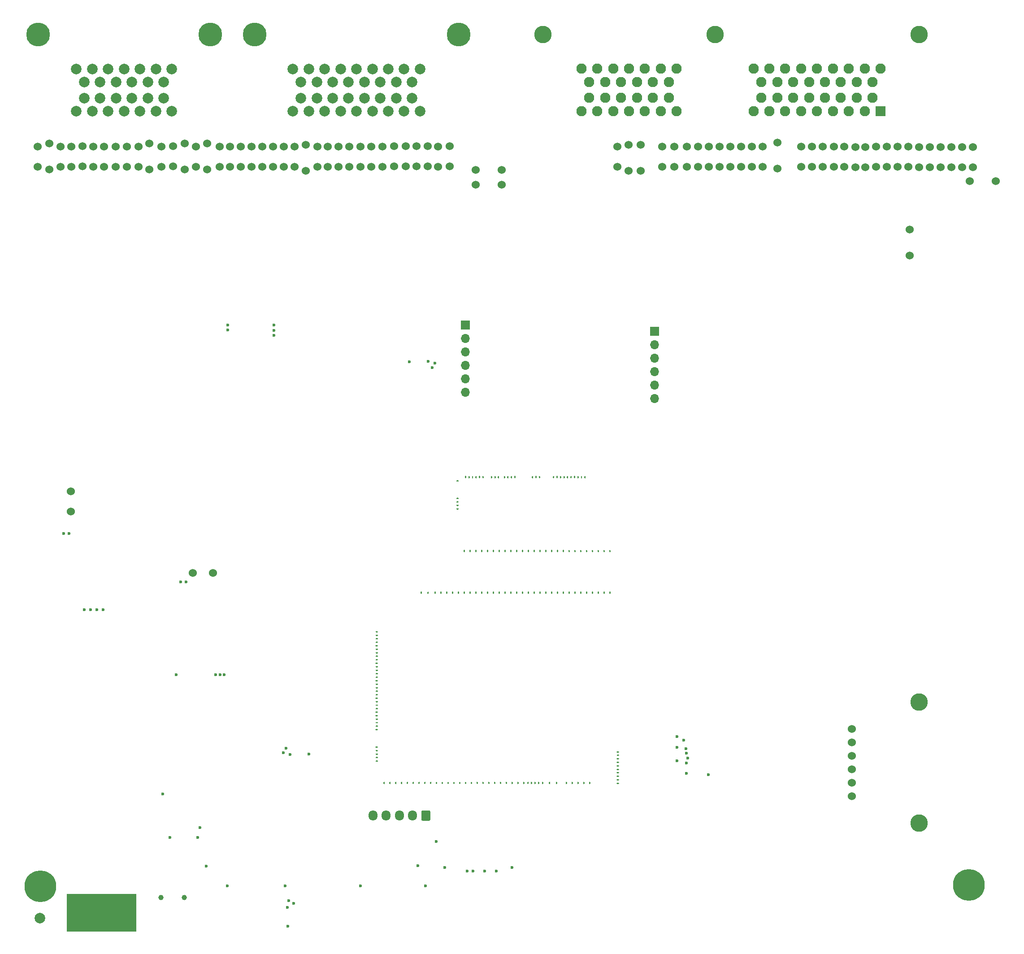
<source format=gbs>
G04 #@! TF.GenerationSoftware,KiCad,Pcbnew,(6.0.9)*
G04 #@! TF.CreationDate,2022-12-12T18:39:13+02:00*
G04 #@! TF.ProjectId,alphax_8ch,616c7068-6178-45f3-9863-682e6b696361,a*
G04 #@! TF.SameCoordinates,PX141f5e0PYa2cace0*
G04 #@! TF.FileFunction,Soldermask,Bot*
G04 #@! TF.FilePolarity,Negative*
%FSLAX46Y46*%
G04 Gerber Fmt 4.6, Leading zero omitted, Abs format (unit mm)*
G04 Created by KiCad (PCBNEW (6.0.9)) date 2022-12-12 18:39:13*
%MOMM*%
%LPD*%
G01*
G04 APERTURE LIST*
%ADD10C,0.120000*%
%ADD11C,0.599999*%
%ADD12C,1.524000*%
%ADD13C,4.500000*%
%ADD14C,2.000000*%
%ADD15C,6.000000*%
%ADD16C,1.000000*%
%ADD17C,0.600000*%
%ADD18R,1.700000X1.700000*%
%ADD19O,1.700000X1.700000*%
%ADD20C,3.300000*%
%ADD21R,1.950000X1.950000*%
%ADD22C,1.950000*%
%ADD23O,1.700000X1.950000*%
%ADD24C,3.302000*%
G04 APERTURE END LIST*
G04 #@! TO.C,U4*
G36*
X22850000Y200000D02*
G01*
X9850000Y200000D01*
X9850000Y7200000D01*
X22850000Y7200000D01*
X22850000Y200000D01*
G37*
D10*
X22850000Y200000D02*
X9850000Y200000D01*
X9850000Y7200000D01*
X22850000Y7200000D01*
X22850000Y200000D01*
G04 #@! TD*
D11*
G04 #@! TO.C,M4*
X126845111Y31896868D03*
X125010101Y32321876D03*
X127060109Y32871873D03*
X126845114Y33746832D03*
X126770107Y34596855D03*
X125010101Y34921871D03*
X126320101Y36221838D03*
X125010101Y36871855D03*
X130935116Y29696852D03*
X126860110Y29996854D03*
G04 #@! TD*
D12*
G04 #@! TO.C,R8*
X158700000Y144475000D03*
X158700000Y148285000D03*
G04 #@! TD*
D13*
G04 #@! TO.C,J22*
X36870000Y169500000D03*
X4370000Y169500000D03*
D14*
X29620000Y163000000D03*
X26620000Y163000000D03*
X23620000Y163000000D03*
X20620000Y163000000D03*
X17620000Y163000000D03*
X14620000Y163000000D03*
X11620000Y163000000D03*
X28120000Y160500000D03*
X25120000Y160500000D03*
X22120000Y160500000D03*
X19120000Y160500000D03*
X16120000Y160500000D03*
X13120000Y160500000D03*
X28120000Y157500000D03*
X25120000Y157500000D03*
X22120000Y157500000D03*
X19120000Y157500000D03*
X16120000Y157500000D03*
X13120000Y157500000D03*
X29620000Y155000000D03*
X26620000Y155000000D03*
X23620000Y155000000D03*
X20620000Y155000000D03*
X17620000Y155000000D03*
X14620000Y155000000D03*
X11620000Y155000000D03*
G04 #@! TD*
D12*
G04 #@! TO.C,R131*
X34175908Y144515760D03*
X34175908Y148325760D03*
G04 #@! TD*
G04 #@! TO.C,R93*
X27668000Y148365000D03*
X27668000Y144555000D03*
G04 #@! TD*
D15*
G04 #@! TO.C,J8*
X4803000Y8619000D03*
G04 #@! TD*
D12*
G04 #@! TO.C,R59*
X79950000Y148355000D03*
X79950000Y144545000D03*
G04 #@! TD*
G04 #@! TO.C,R9*
X154650000Y144495000D03*
X154650000Y148305000D03*
G04 #@! TD*
G04 #@! TO.C,R68*
X52814000Y144555000D03*
X52814000Y148365000D03*
G04 #@! TD*
G04 #@! TO.C,R100*
X148500000Y144505000D03*
X148500000Y148315000D03*
G04 #@! TD*
G04 #@! TO.C,R82*
X4350000Y148325000D03*
X4350000Y144515000D03*
G04 #@! TD*
G04 #@! TO.C,F4*
X91950000Y141150000D03*
X87050000Y141150000D03*
G04 #@! TD*
G04 #@! TO.C,R91*
X40622000Y144555000D03*
X40622000Y148365000D03*
G04 #@! TD*
G04 #@! TO.C,R112*
X10550000Y79387000D03*
X10550000Y83197000D03*
G04 #@! TD*
D11*
G04 #@! TO.C,M16*
X79577495Y17084820D03*
X81152509Y12179811D03*
X93856527Y12188874D03*
X85377499Y11509810D03*
X86552503Y11509810D03*
X88727497Y11509810D03*
X90952499Y11509810D03*
G04 #@! TD*
D12*
G04 #@! TO.C,F10*
X54970000Y148690000D03*
X54970000Y143790000D03*
G04 #@! TD*
G04 #@! TO.C,R11*
X156660000Y144525000D03*
X156660000Y148335000D03*
G04 #@! TD*
G04 #@! TO.C,R6*
X178920000Y144465000D03*
X178920000Y148275000D03*
G04 #@! TD*
G04 #@! TO.C,R60*
X67320000Y144555000D03*
X67320000Y148365000D03*
G04 #@! TD*
D16*
G04 #@! TO.C,J1*
X32000000Y6500000D03*
X27600000Y6500000D03*
G04 #@! TD*
D12*
G04 #@! TO.C,R36*
X135100000Y144555000D03*
X135100000Y148365000D03*
G04 #@! TD*
D17*
G04 #@! TO.C,M10*
X48950000Y114600000D03*
X48950000Y113650000D03*
X48950000Y112700002D03*
X40250000Y113700000D03*
X40250000Y114600000D03*
G04 #@! TD*
D12*
G04 #@! TO.C,R120*
X46718000Y144565000D03*
X46718000Y148375000D03*
G04 #@! TD*
G04 #@! TO.C,R66*
X8650000Y144565000D03*
X8650000Y148375000D03*
G04 #@! TD*
G04 #@! TO.C,R17*
X168760000Y144485000D03*
X168760000Y148295000D03*
G04 #@! TD*
G04 #@! TO.C,R111*
X57110000Y144555000D03*
X57110000Y148365000D03*
G04 #@! TD*
G04 #@! TO.C,R63*
X21180000Y144555000D03*
X21180000Y148365000D03*
G04 #@! TD*
G04 #@! TO.C,R74*
X44686000Y144555000D03*
X44686000Y148365000D03*
G04 #@! TD*
G04 #@! TO.C,R34*
X137110000Y144555000D03*
X137110000Y148365000D03*
G04 #@! TD*
G04 #@! TO.C,R70*
X63160000Y144535000D03*
X63160000Y148345000D03*
G04 #@! TD*
D11*
G04 #@! TO.C,M7*
X51750003Y5925001D03*
X52625005Y5400001D03*
X51450001Y4650003D03*
X51525004Y1100002D03*
G04 #@! TD*
D12*
G04 #@! TO.C,F9*
X168950000Y132700000D03*
X168950000Y127800000D03*
G04 #@! TD*
G04 #@! TO.C,M6*
G36*
G01*
X68220504Y32403625D02*
X68470504Y32403625D01*
G75*
G02*
X68595504Y32278625I0J-125000D01*
G01*
X68595504Y32278625D01*
G75*
G02*
X68470504Y32153625I-125000J0D01*
G01*
X68220504Y32153625D01*
G75*
G02*
X68095504Y32278625I0J125000D01*
G01*
X68095504Y32278625D01*
G75*
G02*
X68220504Y32403625I125000J0D01*
G01*
G37*
G36*
G01*
X68470504Y32813623D02*
X68220504Y32813623D01*
G75*
G02*
X68095504Y32938623I0J125000D01*
G01*
X68095504Y32938623D01*
G75*
G02*
X68220504Y33063623I125000J0D01*
G01*
X68470504Y33063623D01*
G75*
G02*
X68595504Y32938623I0J-125000D01*
G01*
X68595504Y32938623D01*
G75*
G02*
X68470504Y32813623I-125000J0D01*
G01*
G37*
G36*
G01*
X68470504Y33473628D02*
X68220504Y33473628D01*
G75*
G02*
X68095504Y33598628I0J125000D01*
G01*
X68095504Y33598628D01*
G75*
G02*
X68220504Y33723628I125000J0D01*
G01*
X68470504Y33723628D01*
G75*
G02*
X68595504Y33598628I0J-125000D01*
G01*
X68595504Y33598628D01*
G75*
G02*
X68470504Y33473628I-125000J0D01*
G01*
G37*
G36*
G01*
X68470504Y34133623D02*
X68220504Y34133623D01*
G75*
G02*
X68095504Y34258623I0J125000D01*
G01*
X68095504Y34258623D01*
G75*
G02*
X68220504Y34383623I125000J0D01*
G01*
X68470504Y34383623D01*
G75*
G02*
X68595504Y34258623I0J-125000D01*
G01*
X68595504Y34258623D01*
G75*
G02*
X68470504Y34133623I-125000J0D01*
G01*
G37*
G36*
G01*
X68470504Y34793625D02*
X68220504Y34793625D01*
G75*
G02*
X68095504Y34918625I0J125000D01*
G01*
X68095504Y34918625D01*
G75*
G02*
X68220504Y35043625I125000J0D01*
G01*
X68470504Y35043625D01*
G75*
G02*
X68595504Y34918625I0J-125000D01*
G01*
X68595504Y34918625D01*
G75*
G02*
X68470504Y34793625I-125000J0D01*
G01*
G37*
G36*
G01*
X68470504Y38093626D02*
X68220504Y38093626D01*
G75*
G02*
X68095504Y38218626I0J125000D01*
G01*
X68095504Y38218626D01*
G75*
G02*
X68220504Y38343626I125000J0D01*
G01*
X68470504Y38343626D01*
G75*
G02*
X68595504Y38218626I0J-125000D01*
G01*
X68595504Y38218626D01*
G75*
G02*
X68470504Y38093626I-125000J0D01*
G01*
G37*
G36*
G01*
X68470504Y38753627D02*
X68220504Y38753627D01*
G75*
G02*
X68095504Y38878627I0J125000D01*
G01*
X68095504Y38878627D01*
G75*
G02*
X68220504Y39003627I125000J0D01*
G01*
X68470504Y39003627D01*
G75*
G02*
X68595504Y38878627I0J-125000D01*
G01*
X68595504Y38878627D01*
G75*
G02*
X68470504Y38753627I-125000J0D01*
G01*
G37*
G36*
G01*
X68470504Y39413629D02*
X68220504Y39413629D01*
G75*
G02*
X68095504Y39538629I0J125000D01*
G01*
X68095504Y39538629D01*
G75*
G02*
X68220504Y39663629I125000J0D01*
G01*
X68470504Y39663629D01*
G75*
G02*
X68595504Y39538629I0J-125000D01*
G01*
X68595504Y39538629D01*
G75*
G02*
X68470504Y39413629I-125000J0D01*
G01*
G37*
G36*
G01*
X68470504Y40073627D02*
X68220504Y40073627D01*
G75*
G02*
X68095504Y40198627I0J125000D01*
G01*
X68095504Y40198627D01*
G75*
G02*
X68220504Y40323627I125000J0D01*
G01*
X68470504Y40323627D01*
G75*
G02*
X68595504Y40198627I0J-125000D01*
G01*
X68595504Y40198627D01*
G75*
G02*
X68470504Y40073627I-125000J0D01*
G01*
G37*
G36*
G01*
X68470504Y40733629D02*
X68220504Y40733629D01*
G75*
G02*
X68095504Y40858629I0J125000D01*
G01*
X68095504Y40858629D01*
G75*
G02*
X68220504Y40983629I125000J0D01*
G01*
X68470504Y40983629D01*
G75*
G02*
X68595504Y40858629I0J-125000D01*
G01*
X68595504Y40858629D01*
G75*
G02*
X68470504Y40733629I-125000J0D01*
G01*
G37*
G36*
G01*
X68470504Y41393627D02*
X68220504Y41393627D01*
G75*
G02*
X68095504Y41518627I0J125000D01*
G01*
X68095504Y41518627D01*
G75*
G02*
X68220504Y41643627I125000J0D01*
G01*
X68470504Y41643627D01*
G75*
G02*
X68595504Y41518627I0J-125000D01*
G01*
X68595504Y41518627D01*
G75*
G02*
X68470504Y41393627I-125000J0D01*
G01*
G37*
G36*
G01*
X68470504Y42053628D02*
X68220504Y42053628D01*
G75*
G02*
X68095504Y42178628I0J125000D01*
G01*
X68095504Y42178628D01*
G75*
G02*
X68220504Y42303628I125000J0D01*
G01*
X68470504Y42303628D01*
G75*
G02*
X68595504Y42178628I0J-125000D01*
G01*
X68595504Y42178628D01*
G75*
G02*
X68470504Y42053628I-125000J0D01*
G01*
G37*
G36*
G01*
X68470504Y42713627D02*
X68220504Y42713627D01*
G75*
G02*
X68095504Y42838627I0J125000D01*
G01*
X68095504Y42838627D01*
G75*
G02*
X68220504Y42963627I125000J0D01*
G01*
X68470504Y42963627D01*
G75*
G02*
X68595504Y42838627I0J-125000D01*
G01*
X68595504Y42838627D01*
G75*
G02*
X68470504Y42713627I-125000J0D01*
G01*
G37*
G36*
G01*
X68470504Y43373628D02*
X68220504Y43373628D01*
G75*
G02*
X68095504Y43498628I0J125000D01*
G01*
X68095504Y43498628D01*
G75*
G02*
X68220504Y43623628I125000J0D01*
G01*
X68470504Y43623628D01*
G75*
G02*
X68595504Y43498628I0J-125000D01*
G01*
X68595504Y43498628D01*
G75*
G02*
X68470504Y43373628I-125000J0D01*
G01*
G37*
G36*
G01*
X68470504Y44033627D02*
X68220504Y44033627D01*
G75*
G02*
X68095504Y44158627I0J125000D01*
G01*
X68095504Y44158627D01*
G75*
G02*
X68220504Y44283627I125000J0D01*
G01*
X68470504Y44283627D01*
G75*
G02*
X68595504Y44158627I0J-125000D01*
G01*
X68595504Y44158627D01*
G75*
G02*
X68470504Y44033627I-125000J0D01*
G01*
G37*
G36*
G01*
X68470504Y44693628D02*
X68220504Y44693628D01*
G75*
G02*
X68095504Y44818628I0J125000D01*
G01*
X68095504Y44818628D01*
G75*
G02*
X68220504Y44943628I125000J0D01*
G01*
X68470504Y44943628D01*
G75*
G02*
X68595504Y44818628I0J-125000D01*
G01*
X68595504Y44818628D01*
G75*
G02*
X68470504Y44693628I-125000J0D01*
G01*
G37*
G36*
G01*
X68470504Y45353627D02*
X68220504Y45353627D01*
G75*
G02*
X68095504Y45478627I0J125000D01*
G01*
X68095504Y45478627D01*
G75*
G02*
X68220504Y45603627I125000J0D01*
G01*
X68470504Y45603627D01*
G75*
G02*
X68595504Y45478627I0J-125000D01*
G01*
X68595504Y45478627D01*
G75*
G02*
X68470504Y45353627I-125000J0D01*
G01*
G37*
G36*
G01*
X68470504Y46013628D02*
X68220504Y46013628D01*
G75*
G02*
X68095504Y46138628I0J125000D01*
G01*
X68095504Y46138628D01*
G75*
G02*
X68220504Y46263628I125000J0D01*
G01*
X68470504Y46263628D01*
G75*
G02*
X68595504Y46138628I0J-125000D01*
G01*
X68595504Y46138628D01*
G75*
G02*
X68470504Y46013628I-125000J0D01*
G01*
G37*
G36*
G01*
X68470504Y46673627D02*
X68220504Y46673627D01*
G75*
G02*
X68095504Y46798627I0J125000D01*
G01*
X68095504Y46798627D01*
G75*
G02*
X68220504Y46923627I125000J0D01*
G01*
X68470504Y46923627D01*
G75*
G02*
X68595504Y46798627I0J-125000D01*
G01*
X68595504Y46798627D01*
G75*
G02*
X68470504Y46673627I-125000J0D01*
G01*
G37*
G36*
G01*
X68470504Y47333628D02*
X68220504Y47333628D01*
G75*
G02*
X68095504Y47458628I0J125000D01*
G01*
X68095504Y47458628D01*
G75*
G02*
X68220504Y47583628I125000J0D01*
G01*
X68470504Y47583628D01*
G75*
G02*
X68595504Y47458628I0J-125000D01*
G01*
X68595504Y47458628D01*
G75*
G02*
X68470504Y47333628I-125000J0D01*
G01*
G37*
G36*
G01*
X68470504Y47993627D02*
X68220504Y47993627D01*
G75*
G02*
X68095504Y48118627I0J125000D01*
G01*
X68095504Y48118627D01*
G75*
G02*
X68220504Y48243627I125000J0D01*
G01*
X68470504Y48243627D01*
G75*
G02*
X68595504Y48118627I0J-125000D01*
G01*
X68595504Y48118627D01*
G75*
G02*
X68470504Y47993627I-125000J0D01*
G01*
G37*
G36*
G01*
X68470504Y48653628D02*
X68220504Y48653628D01*
G75*
G02*
X68095504Y48778628I0J125000D01*
G01*
X68095504Y48778628D01*
G75*
G02*
X68220504Y48903628I125000J0D01*
G01*
X68470504Y48903628D01*
G75*
G02*
X68595504Y48778628I0J-125000D01*
G01*
X68595504Y48778628D01*
G75*
G02*
X68470504Y48653628I-125000J0D01*
G01*
G37*
G36*
G01*
X68470504Y49313627D02*
X68220504Y49313627D01*
G75*
G02*
X68095504Y49438627I0J125000D01*
G01*
X68095504Y49438627D01*
G75*
G02*
X68220504Y49563627I125000J0D01*
G01*
X68470504Y49563627D01*
G75*
G02*
X68595504Y49438627I0J-125000D01*
G01*
X68595504Y49438627D01*
G75*
G02*
X68470504Y49313627I-125000J0D01*
G01*
G37*
G36*
G01*
X68470504Y49973628D02*
X68220504Y49973628D01*
G75*
G02*
X68095504Y50098628I0J125000D01*
G01*
X68095504Y50098628D01*
G75*
G02*
X68220504Y50223628I125000J0D01*
G01*
X68470504Y50223628D01*
G75*
G02*
X68595504Y50098628I0J-125000D01*
G01*
X68595504Y50098628D01*
G75*
G02*
X68470504Y49973628I-125000J0D01*
G01*
G37*
G36*
G01*
X68470504Y50633627D02*
X68220504Y50633627D01*
G75*
G02*
X68095504Y50758627I0J125000D01*
G01*
X68095504Y50758627D01*
G75*
G02*
X68220504Y50883627I125000J0D01*
G01*
X68470504Y50883627D01*
G75*
G02*
X68595504Y50758627I0J-125000D01*
G01*
X68595504Y50758627D01*
G75*
G02*
X68470504Y50633627I-125000J0D01*
G01*
G37*
G36*
G01*
X68470504Y51293628D02*
X68220504Y51293628D01*
G75*
G02*
X68095504Y51418628I0J125000D01*
G01*
X68095504Y51418628D01*
G75*
G02*
X68220504Y51543628I125000J0D01*
G01*
X68470504Y51543628D01*
G75*
G02*
X68595504Y51418628I0J-125000D01*
G01*
X68595504Y51418628D01*
G75*
G02*
X68470504Y51293628I-125000J0D01*
G01*
G37*
G36*
G01*
X68470504Y51953626D02*
X68220504Y51953626D01*
G75*
G02*
X68095504Y52078626I0J125000D01*
G01*
X68095504Y52078626D01*
G75*
G02*
X68220504Y52203626I125000J0D01*
G01*
X68470504Y52203626D01*
G75*
G02*
X68595504Y52078626I0J-125000D01*
G01*
X68595504Y52078626D01*
G75*
G02*
X68470504Y51953626I-125000J0D01*
G01*
G37*
G36*
G01*
X68470504Y52613628D02*
X68220504Y52613628D01*
G75*
G02*
X68095504Y52738628I0J125000D01*
G01*
X68095504Y52738628D01*
G75*
G02*
X68220504Y52863628I125000J0D01*
G01*
X68470504Y52863628D01*
G75*
G02*
X68595504Y52738628I0J-125000D01*
G01*
X68595504Y52738628D01*
G75*
G02*
X68470504Y52613628I-125000J0D01*
G01*
G37*
G36*
G01*
X68470504Y53273626D02*
X68220504Y53273626D01*
G75*
G02*
X68095504Y53398626I0J125000D01*
G01*
X68095504Y53398626D01*
G75*
G02*
X68220504Y53523626I125000J0D01*
G01*
X68470504Y53523626D01*
G75*
G02*
X68595504Y53398626I0J-125000D01*
G01*
X68595504Y53398626D01*
G75*
G02*
X68470504Y53273626I-125000J0D01*
G01*
G37*
G36*
G01*
X68470504Y53933628D02*
X68220504Y53933628D01*
G75*
G02*
X68095504Y54058628I0J125000D01*
G01*
X68095504Y54058628D01*
G75*
G02*
X68220504Y54183628I125000J0D01*
G01*
X68470504Y54183628D01*
G75*
G02*
X68595504Y54058628I0J-125000D01*
G01*
X68595504Y54058628D01*
G75*
G02*
X68470504Y53933628I-125000J0D01*
G01*
G37*
G36*
G01*
X68470504Y54593626D02*
X68220504Y54593626D01*
G75*
G02*
X68095504Y54718626I0J125000D01*
G01*
X68095504Y54718626D01*
G75*
G02*
X68220504Y54843626I125000J0D01*
G01*
X68470504Y54843626D01*
G75*
G02*
X68595504Y54718626I0J-125000D01*
G01*
X68595504Y54718626D01*
G75*
G02*
X68470504Y54593626I-125000J0D01*
G01*
G37*
G36*
G01*
X68470504Y55253627D02*
X68220504Y55253627D01*
G75*
G02*
X68095504Y55378627I0J125000D01*
G01*
X68095504Y55378627D01*
G75*
G02*
X68220504Y55503627I125000J0D01*
G01*
X68470504Y55503627D01*
G75*
G02*
X68595504Y55378627I0J-125000D01*
G01*
X68595504Y55378627D01*
G75*
G02*
X68470504Y55253627I-125000J0D01*
G01*
G37*
G36*
G01*
X68470504Y55913626D02*
X68220504Y55913626D01*
G75*
G02*
X68095504Y56038626I0J125000D01*
G01*
X68095504Y56038626D01*
G75*
G02*
X68220504Y56163626I125000J0D01*
G01*
X68470504Y56163626D01*
G75*
G02*
X68595504Y56038626I0J-125000D01*
G01*
X68595504Y56038626D01*
G75*
G02*
X68470504Y55913626I-125000J0D01*
G01*
G37*
G36*
G01*
X68470504Y56573627D02*
X68220504Y56573627D01*
G75*
G02*
X68095504Y56698627I0J125000D01*
G01*
X68095504Y56698627D01*
G75*
G02*
X68220504Y56823627I125000J0D01*
G01*
X68470504Y56823627D01*
G75*
G02*
X68595504Y56698627I0J-125000D01*
G01*
X68595504Y56698627D01*
G75*
G02*
X68470504Y56573627I-125000J0D01*
G01*
G37*
G36*
G01*
X102167502Y28026623D02*
X102167502Y28276623D01*
G75*
G02*
X102292502Y28401623I125000J0D01*
G01*
X102292502Y28401623D01*
G75*
G02*
X102417502Y28276623I0J-125000D01*
G01*
X102417502Y28026623D01*
G75*
G02*
X102292502Y27901623I-125000J0D01*
G01*
X102292502Y27901623D01*
G75*
G02*
X102167502Y28026623I0J125000D01*
G01*
G37*
G36*
G01*
X101097500Y28276623D02*
X101097500Y28026623D01*
G75*
G02*
X100972500Y27901623I-125000J0D01*
G01*
X100972500Y27901623D01*
G75*
G02*
X100847500Y28026623I0J125000D01*
G01*
X100847500Y28276623D01*
G75*
G02*
X100972500Y28401623I125000J0D01*
G01*
X100972500Y28401623D01*
G75*
G02*
X101097500Y28276623I0J-125000D01*
G01*
G37*
G36*
G01*
X99777497Y28276623D02*
X99777497Y28026623D01*
G75*
G02*
X99652497Y27901623I-125000J0D01*
G01*
X99652497Y27901623D01*
G75*
G02*
X99527497Y28026623I0J125000D01*
G01*
X99527497Y28276623D01*
G75*
G02*
X99652497Y28401623I125000J0D01*
G01*
X99652497Y28401623D01*
G75*
G02*
X99777497Y28276623I0J-125000D01*
G01*
G37*
G36*
G01*
X99017499Y28276623D02*
X99017499Y28026623D01*
G75*
G02*
X98892499Y27901623I-125000J0D01*
G01*
X98892499Y27901623D01*
G75*
G02*
X98767499Y28026623I0J125000D01*
G01*
X98767499Y28276623D01*
G75*
G02*
X98892499Y28401623I125000J0D01*
G01*
X98892499Y28401623D01*
G75*
G02*
X99017499Y28276623I0J-125000D01*
G01*
G37*
G36*
G01*
X98352496Y28276623D02*
X98352496Y28026623D01*
G75*
G02*
X98227496Y27901623I-125000J0D01*
G01*
X98227496Y27901623D01*
G75*
G02*
X98102496Y28026623I0J125000D01*
G01*
X98102496Y28276623D01*
G75*
G02*
X98227496Y28401623I125000J0D01*
G01*
X98227496Y28401623D01*
G75*
G02*
X98352496Y28276623I0J-125000D01*
G01*
G37*
G36*
G01*
X97687494Y28276623D02*
X97687494Y28026623D01*
G75*
G02*
X97562494Y27901623I-125000J0D01*
G01*
X97562494Y27901623D01*
G75*
G02*
X97437494Y28026623I0J125000D01*
G01*
X97437494Y28276623D01*
G75*
G02*
X97562494Y28401623I125000J0D01*
G01*
X97562494Y28401623D01*
G75*
G02*
X97687494Y28276623I0J-125000D01*
G01*
G37*
G36*
G01*
X97022504Y28276623D02*
X97022504Y28026623D01*
G75*
G02*
X96897504Y27901623I-125000J0D01*
G01*
X96897504Y27901623D01*
G75*
G02*
X96772504Y28026623I0J125000D01*
G01*
X96772504Y28276623D01*
G75*
G02*
X96897504Y28401623I125000J0D01*
G01*
X96897504Y28401623D01*
G75*
G02*
X97022504Y28276623I0J-125000D01*
G01*
G37*
G36*
G01*
X96247504Y28276623D02*
X96247504Y28026623D01*
G75*
G02*
X96122504Y27901623I-125000J0D01*
G01*
X96122504Y27901623D01*
G75*
G02*
X95997504Y28026623I0J125000D01*
G01*
X95997504Y28276623D01*
G75*
G02*
X96122504Y28401623I125000J0D01*
G01*
X96122504Y28401623D01*
G75*
G02*
X96247504Y28276623I0J-125000D01*
G01*
G37*
G36*
G01*
X95147506Y28276623D02*
X95147506Y28026623D01*
G75*
G02*
X95022506Y27901623I-125000J0D01*
G01*
X95022506Y27901623D01*
G75*
G02*
X94897506Y28026623I0J125000D01*
G01*
X94897506Y28276623D01*
G75*
G02*
X95022506Y28401623I125000J0D01*
G01*
X95022506Y28401623D01*
G75*
G02*
X95147506Y28276623I0J-125000D01*
G01*
G37*
G36*
G01*
X94047509Y28276623D02*
X94047509Y28026623D01*
G75*
G02*
X93922509Y27901623I-125000J0D01*
G01*
X93922509Y27901623D01*
G75*
G02*
X93797509Y28026623I0J125000D01*
G01*
X93797509Y28276623D01*
G75*
G02*
X93922509Y28401623I125000J0D01*
G01*
X93922509Y28401623D01*
G75*
G02*
X94047509Y28276623I0J-125000D01*
G01*
G37*
G36*
G01*
X92947511Y28276623D02*
X92947511Y28026623D01*
G75*
G02*
X92822511Y27901623I-125000J0D01*
G01*
X92822511Y27901623D01*
G75*
G02*
X92697511Y28026623I0J125000D01*
G01*
X92697511Y28276623D01*
G75*
G02*
X92822511Y28401623I125000J0D01*
G01*
X92822511Y28401623D01*
G75*
G02*
X92947511Y28276623I0J-125000D01*
G01*
G37*
G36*
G01*
X91847513Y28276623D02*
X91847513Y28026623D01*
G75*
G02*
X91722513Y27901623I-125000J0D01*
G01*
X91722513Y27901623D01*
G75*
G02*
X91597513Y28026623I0J125000D01*
G01*
X91597513Y28276623D01*
G75*
G02*
X91722513Y28401623I125000J0D01*
G01*
X91722513Y28401623D01*
G75*
G02*
X91847513Y28276623I0J-125000D01*
G01*
G37*
G36*
G01*
X90747515Y28276623D02*
X90747515Y28026623D01*
G75*
G02*
X90622515Y27901623I-125000J0D01*
G01*
X90622515Y27901623D01*
G75*
G02*
X90497515Y28026623I0J125000D01*
G01*
X90497515Y28276623D01*
G75*
G02*
X90622515Y28401623I125000J0D01*
G01*
X90622515Y28401623D01*
G75*
G02*
X90747515Y28276623I0J-125000D01*
G01*
G37*
G36*
G01*
X89647517Y28276623D02*
X89647517Y28026623D01*
G75*
G02*
X89522517Y27901623I-125000J0D01*
G01*
X89522517Y27901623D01*
G75*
G02*
X89397517Y28026623I0J125000D01*
G01*
X89397517Y28276623D01*
G75*
G02*
X89522517Y28401623I125000J0D01*
G01*
X89522517Y28401623D01*
G75*
G02*
X89647517Y28276623I0J-125000D01*
G01*
G37*
G36*
G01*
X88547520Y28276623D02*
X88547520Y28026623D01*
G75*
G02*
X88422520Y27901623I-125000J0D01*
G01*
X88422520Y27901623D01*
G75*
G02*
X88297520Y28026623I0J125000D01*
G01*
X88297520Y28276623D01*
G75*
G02*
X88422520Y28401623I125000J0D01*
G01*
X88422520Y28401623D01*
G75*
G02*
X88547520Y28276623I0J-125000D01*
G01*
G37*
G36*
G01*
X87447522Y28276623D02*
X87447522Y28026623D01*
G75*
G02*
X87322522Y27901623I-125000J0D01*
G01*
X87322522Y27901623D01*
G75*
G02*
X87197522Y28026623I0J125000D01*
G01*
X87197522Y28276623D01*
G75*
G02*
X87322522Y28401623I125000J0D01*
G01*
X87322522Y28401623D01*
G75*
G02*
X87447522Y28276623I0J-125000D01*
G01*
G37*
G36*
G01*
X86347524Y28276623D02*
X86347524Y28026623D01*
G75*
G02*
X86222524Y27901623I-125000J0D01*
G01*
X86222524Y27901623D01*
G75*
G02*
X86097524Y28026623I0J125000D01*
G01*
X86097524Y28276623D01*
G75*
G02*
X86222524Y28401623I125000J0D01*
G01*
X86222524Y28401623D01*
G75*
G02*
X86347524Y28276623I0J-125000D01*
G01*
G37*
G36*
G01*
X85247526Y28276623D02*
X85247526Y28026623D01*
G75*
G02*
X85122526Y27901623I-125000J0D01*
G01*
X85122526Y27901623D01*
G75*
G02*
X84997526Y28026623I0J125000D01*
G01*
X84997526Y28276623D01*
G75*
G02*
X85122526Y28401623I125000J0D01*
G01*
X85122526Y28401623D01*
G75*
G02*
X85247526Y28276623I0J-125000D01*
G01*
G37*
G36*
G01*
X84147528Y28276623D02*
X84147528Y28026623D01*
G75*
G02*
X84022528Y27901623I-125000J0D01*
G01*
X84022528Y27901623D01*
G75*
G02*
X83897528Y28026623I0J125000D01*
G01*
X83897528Y28276623D01*
G75*
G02*
X84022528Y28401623I125000J0D01*
G01*
X84022528Y28401623D01*
G75*
G02*
X84147528Y28276623I0J-125000D01*
G01*
G37*
G36*
G01*
X83047531Y28276623D02*
X83047531Y28026623D01*
G75*
G02*
X82922531Y27901623I-125000J0D01*
G01*
X82922531Y27901623D01*
G75*
G02*
X82797531Y28026623I0J125000D01*
G01*
X82797531Y28276623D01*
G75*
G02*
X82922531Y28401623I125000J0D01*
G01*
X82922531Y28401623D01*
G75*
G02*
X83047531Y28276623I0J-125000D01*
G01*
G37*
G36*
G01*
X81947533Y28276623D02*
X81947533Y28026623D01*
G75*
G02*
X81822533Y27901623I-125000J0D01*
G01*
X81822533Y27901623D01*
G75*
G02*
X81697533Y28026623I0J125000D01*
G01*
X81697533Y28276623D01*
G75*
G02*
X81822533Y28401623I125000J0D01*
G01*
X81822533Y28401623D01*
G75*
G02*
X81947533Y28276623I0J-125000D01*
G01*
G37*
G36*
G01*
X80847535Y28276623D02*
X80847535Y28026623D01*
G75*
G02*
X80722535Y27901623I-125000J0D01*
G01*
X80722535Y27901623D01*
G75*
G02*
X80597535Y28026623I0J125000D01*
G01*
X80597535Y28276623D01*
G75*
G02*
X80722535Y28401623I125000J0D01*
G01*
X80722535Y28401623D01*
G75*
G02*
X80847535Y28276623I0J-125000D01*
G01*
G37*
G36*
G01*
X79747537Y28276623D02*
X79747537Y28026623D01*
G75*
G02*
X79622537Y27901623I-125000J0D01*
G01*
X79622537Y27901623D01*
G75*
G02*
X79497537Y28026623I0J125000D01*
G01*
X79497537Y28276623D01*
G75*
G02*
X79622537Y28401623I125000J0D01*
G01*
X79622537Y28401623D01*
G75*
G02*
X79747537Y28276623I0J-125000D01*
G01*
G37*
G36*
G01*
X78647539Y28276623D02*
X78647539Y28026623D01*
G75*
G02*
X78522539Y27901623I-125000J0D01*
G01*
X78522539Y27901623D01*
G75*
G02*
X78397539Y28026623I0J125000D01*
G01*
X78397539Y28276623D01*
G75*
G02*
X78522539Y28401623I125000J0D01*
G01*
X78522539Y28401623D01*
G75*
G02*
X78647539Y28276623I0J-125000D01*
G01*
G37*
G36*
G01*
X77547542Y28276623D02*
X77547542Y28026623D01*
G75*
G02*
X77422542Y27901623I-125000J0D01*
G01*
X77422542Y27901623D01*
G75*
G02*
X77297542Y28026623I0J125000D01*
G01*
X77297542Y28276623D01*
G75*
G02*
X77422542Y28401623I125000J0D01*
G01*
X77422542Y28401623D01*
G75*
G02*
X77547542Y28276623I0J-125000D01*
G01*
G37*
G36*
G01*
X76447544Y28276623D02*
X76447544Y28026623D01*
G75*
G02*
X76322544Y27901623I-125000J0D01*
G01*
X76322544Y27901623D01*
G75*
G02*
X76197544Y28026623I0J125000D01*
G01*
X76197544Y28276623D01*
G75*
G02*
X76322544Y28401623I125000J0D01*
G01*
X76322544Y28401623D01*
G75*
G02*
X76447544Y28276623I0J-125000D01*
G01*
G37*
G36*
G01*
X75347546Y28276623D02*
X75347546Y28026623D01*
G75*
G02*
X75222546Y27901623I-125000J0D01*
G01*
X75222546Y27901623D01*
G75*
G02*
X75097546Y28026623I0J125000D01*
G01*
X75097546Y28276623D01*
G75*
G02*
X75222546Y28401623I125000J0D01*
G01*
X75222546Y28401623D01*
G75*
G02*
X75347546Y28276623I0J-125000D01*
G01*
G37*
G36*
G01*
X74247548Y28276623D02*
X74247548Y28026623D01*
G75*
G02*
X74122548Y27901623I-125000J0D01*
G01*
X74122548Y27901623D01*
G75*
G02*
X73997548Y28026623I0J125000D01*
G01*
X73997548Y28276623D01*
G75*
G02*
X74122548Y28401623I125000J0D01*
G01*
X74122548Y28401623D01*
G75*
G02*
X74247548Y28276623I0J-125000D01*
G01*
G37*
G36*
G01*
X73147550Y28276623D02*
X73147550Y28026623D01*
G75*
G02*
X73022550Y27901623I-125000J0D01*
G01*
X73022550Y27901623D01*
G75*
G02*
X72897550Y28026623I0J125000D01*
G01*
X72897550Y28276623D01*
G75*
G02*
X73022550Y28401623I125000J0D01*
G01*
X73022550Y28401623D01*
G75*
G02*
X73147550Y28276623I0J-125000D01*
G01*
G37*
G36*
G01*
X72047553Y28276623D02*
X72047553Y28026623D01*
G75*
G02*
X71922553Y27901623I-125000J0D01*
G01*
X71922553Y27901623D01*
G75*
G02*
X71797553Y28026623I0J125000D01*
G01*
X71797553Y28276623D01*
G75*
G02*
X71922553Y28401623I125000J0D01*
G01*
X71922553Y28401623D01*
G75*
G02*
X72047553Y28276623I0J-125000D01*
G01*
G37*
G36*
G01*
X70947555Y28276623D02*
X70947555Y28026623D01*
G75*
G02*
X70822555Y27901623I-125000J0D01*
G01*
X70822555Y27901623D01*
G75*
G02*
X70697555Y28026623I0J125000D01*
G01*
X70697555Y28276623D01*
G75*
G02*
X70822555Y28401623I125000J0D01*
G01*
X70822555Y28401623D01*
G75*
G02*
X70947555Y28276623I0J-125000D01*
G01*
G37*
G36*
G01*
X69847557Y28276623D02*
X69847557Y28026623D01*
G75*
G02*
X69722557Y27901623I-125000J0D01*
G01*
X69722557Y27901623D01*
G75*
G02*
X69597557Y28026623I0J125000D01*
G01*
X69597557Y28276623D01*
G75*
G02*
X69722557Y28401623I125000J0D01*
G01*
X69722557Y28401623D01*
G75*
G02*
X69847557Y28276623I0J-125000D01*
G01*
G37*
G36*
G01*
X108677489Y28276623D02*
X108677489Y28026623D01*
G75*
G02*
X108552489Y27901623I-125000J0D01*
G01*
X108552489Y27901623D01*
G75*
G02*
X108427489Y28026623I0J125000D01*
G01*
X108427489Y28276623D01*
G75*
G02*
X108552489Y28401623I125000J0D01*
G01*
X108552489Y28401623D01*
G75*
G02*
X108677489Y28276623I0J-125000D01*
G01*
G37*
G36*
G01*
X107577492Y28276623D02*
X107577492Y28026623D01*
G75*
G02*
X107452492Y27901623I-125000J0D01*
G01*
X107452492Y27901623D01*
G75*
G02*
X107327492Y28026623I0J125000D01*
G01*
X107327492Y28276623D01*
G75*
G02*
X107452492Y28401623I125000J0D01*
G01*
X107452492Y28401623D01*
G75*
G02*
X107577492Y28276623I0J-125000D01*
G01*
G37*
G36*
G01*
X106477494Y28276623D02*
X106477494Y28026623D01*
G75*
G02*
X106352494Y27901623I-125000J0D01*
G01*
X106352494Y27901623D01*
G75*
G02*
X106227494Y28026623I0J125000D01*
G01*
X106227494Y28276623D01*
G75*
G02*
X106352494Y28401623I125000J0D01*
G01*
X106352494Y28401623D01*
G75*
G02*
X106477494Y28276623I0J-125000D01*
G01*
G37*
G36*
G01*
X105377496Y28276623D02*
X105377496Y28026623D01*
G75*
G02*
X105252496Y27901623I-125000J0D01*
G01*
X105252496Y27901623D01*
G75*
G02*
X105127496Y28026623I0J125000D01*
G01*
X105127496Y28276623D01*
G75*
G02*
X105252496Y28401623I125000J0D01*
G01*
X105252496Y28401623D01*
G75*
G02*
X105377496Y28276623I0J-125000D01*
G01*
G37*
G36*
G01*
X104277498Y28276623D02*
X104277498Y28026623D01*
G75*
G02*
X104152498Y27901623I-125000J0D01*
G01*
X104152498Y27901623D01*
G75*
G02*
X104027498Y28026623I0J125000D01*
G01*
X104027498Y28276623D01*
G75*
G02*
X104152498Y28401623I125000J0D01*
G01*
X104152498Y28401623D01*
G75*
G02*
X104277498Y28276623I0J-125000D01*
G01*
G37*
G36*
G01*
X76847500Y64205623D02*
X76847500Y63955623D01*
G75*
G02*
X76722500Y63830623I-125000J0D01*
G01*
X76722500Y63830623D01*
G75*
G02*
X76597500Y63955623I0J125000D01*
G01*
X76597500Y64205623D01*
G75*
G02*
X76722500Y64330623I125000J0D01*
G01*
X76722500Y64330623D01*
G75*
G02*
X76847500Y64205623I0J-125000D01*
G01*
G37*
G36*
G01*
X77917502Y63955623D02*
X77917502Y64205623D01*
G75*
G02*
X78042502Y64330623I125000J0D01*
G01*
X78042502Y64330623D01*
G75*
G02*
X78167502Y64205623I0J-125000D01*
G01*
X78167502Y63955623D01*
G75*
G02*
X78042502Y63830623I-125000J0D01*
G01*
X78042502Y63830623D01*
G75*
G02*
X77917502Y63955623I0J125000D01*
G01*
G37*
G36*
G01*
X79237505Y63955623D02*
X79237505Y64205623D01*
G75*
G02*
X79362505Y64330623I125000J0D01*
G01*
X79362505Y64330623D01*
G75*
G02*
X79487505Y64205623I0J-125000D01*
G01*
X79487505Y63955623D01*
G75*
G02*
X79362505Y63830623I-125000J0D01*
G01*
X79362505Y63830623D01*
G75*
G02*
X79237505Y63955623I0J125000D01*
G01*
G37*
G36*
G01*
X80337502Y63955623D02*
X80337502Y64205623D01*
G75*
G02*
X80462502Y64330623I125000J0D01*
G01*
X80462502Y64330623D01*
G75*
G02*
X80587502Y64205623I0J-125000D01*
G01*
X80587502Y63955623D01*
G75*
G02*
X80462502Y63830623I-125000J0D01*
G01*
X80462502Y63830623D01*
G75*
G02*
X80337502Y63955623I0J125000D01*
G01*
G37*
G36*
G01*
X81437500Y63955623D02*
X81437500Y64205623D01*
G75*
G02*
X81562500Y64330623I125000J0D01*
G01*
X81562500Y64330623D01*
G75*
G02*
X81687500Y64205623I0J-125000D01*
G01*
X81687500Y63955623D01*
G75*
G02*
X81562500Y63830623I-125000J0D01*
G01*
X81562500Y63830623D01*
G75*
G02*
X81437500Y63955623I0J125000D01*
G01*
G37*
G36*
G01*
X82537498Y63955623D02*
X82537498Y64205623D01*
G75*
G02*
X82662498Y64330623I125000J0D01*
G01*
X82662498Y64330623D01*
G75*
G02*
X82787498Y64205623I0J-125000D01*
G01*
X82787498Y63955623D01*
G75*
G02*
X82662498Y63830623I-125000J0D01*
G01*
X82662498Y63830623D01*
G75*
G02*
X82537498Y63955623I0J125000D01*
G01*
G37*
G36*
G01*
X83637496Y63955623D02*
X83637496Y64205623D01*
G75*
G02*
X83762496Y64330623I125000J0D01*
G01*
X83762496Y64330623D01*
G75*
G02*
X83887496Y64205623I0J-125000D01*
G01*
X83887496Y63955623D01*
G75*
G02*
X83762496Y63830623I-125000J0D01*
G01*
X83762496Y63830623D01*
G75*
G02*
X83637496Y63955623I0J125000D01*
G01*
G37*
G36*
G01*
X84737494Y63955623D02*
X84737494Y64205623D01*
G75*
G02*
X84862494Y64330623I125000J0D01*
G01*
X84862494Y64330623D01*
G75*
G02*
X84987494Y64205623I0J-125000D01*
G01*
X84987494Y63955623D01*
G75*
G02*
X84862494Y63830623I-125000J0D01*
G01*
X84862494Y63830623D01*
G75*
G02*
X84737494Y63955623I0J125000D01*
G01*
G37*
G36*
G01*
X85837491Y63955623D02*
X85837491Y64205623D01*
G75*
G02*
X85962491Y64330623I125000J0D01*
G01*
X85962491Y64330623D01*
G75*
G02*
X86087491Y64205623I0J-125000D01*
G01*
X86087491Y63955623D01*
G75*
G02*
X85962491Y63830623I-125000J0D01*
G01*
X85962491Y63830623D01*
G75*
G02*
X85837491Y63955623I0J125000D01*
G01*
G37*
G36*
G01*
X86937489Y63955623D02*
X86937489Y64205623D01*
G75*
G02*
X87062489Y64330623I125000J0D01*
G01*
X87062489Y64330623D01*
G75*
G02*
X87187489Y64205623I0J-125000D01*
G01*
X87187489Y63955623D01*
G75*
G02*
X87062489Y63830623I-125000J0D01*
G01*
X87062489Y63830623D01*
G75*
G02*
X86937489Y63955623I0J125000D01*
G01*
G37*
G36*
G01*
X88037487Y63955623D02*
X88037487Y64205623D01*
G75*
G02*
X88162487Y64330623I125000J0D01*
G01*
X88162487Y64330623D01*
G75*
G02*
X88287487Y64205623I0J-125000D01*
G01*
X88287487Y63955623D01*
G75*
G02*
X88162487Y63830623I-125000J0D01*
G01*
X88162487Y63830623D01*
G75*
G02*
X88037487Y63955623I0J125000D01*
G01*
G37*
G36*
G01*
X89137485Y63955623D02*
X89137485Y64205623D01*
G75*
G02*
X89262485Y64330623I125000J0D01*
G01*
X89262485Y64330623D01*
G75*
G02*
X89387485Y64205623I0J-125000D01*
G01*
X89387485Y63955623D01*
G75*
G02*
X89262485Y63830623I-125000J0D01*
G01*
X89262485Y63830623D01*
G75*
G02*
X89137485Y63955623I0J125000D01*
G01*
G37*
G36*
G01*
X90237483Y63955623D02*
X90237483Y64205623D01*
G75*
G02*
X90362483Y64330623I125000J0D01*
G01*
X90362483Y64330623D01*
G75*
G02*
X90487483Y64205623I0J-125000D01*
G01*
X90487483Y63955623D01*
G75*
G02*
X90362483Y63830623I-125000J0D01*
G01*
X90362483Y63830623D01*
G75*
G02*
X90237483Y63955623I0J125000D01*
G01*
G37*
G36*
G01*
X91337480Y63955623D02*
X91337480Y64205623D01*
G75*
G02*
X91462480Y64330623I125000J0D01*
G01*
X91462480Y64330623D01*
G75*
G02*
X91587480Y64205623I0J-125000D01*
G01*
X91587480Y63955623D01*
G75*
G02*
X91462480Y63830623I-125000J0D01*
G01*
X91462480Y63830623D01*
G75*
G02*
X91337480Y63955623I0J125000D01*
G01*
G37*
G36*
G01*
X92437478Y63955623D02*
X92437478Y64205623D01*
G75*
G02*
X92562478Y64330623I125000J0D01*
G01*
X92562478Y64330623D01*
G75*
G02*
X92687478Y64205623I0J-125000D01*
G01*
X92687478Y63955623D01*
G75*
G02*
X92562478Y63830623I-125000J0D01*
G01*
X92562478Y63830623D01*
G75*
G02*
X92437478Y63955623I0J125000D01*
G01*
G37*
G36*
G01*
X93537476Y63955623D02*
X93537476Y64205623D01*
G75*
G02*
X93662476Y64330623I125000J0D01*
G01*
X93662476Y64330623D01*
G75*
G02*
X93787476Y64205623I0J-125000D01*
G01*
X93787476Y63955623D01*
G75*
G02*
X93662476Y63830623I-125000J0D01*
G01*
X93662476Y63830623D01*
G75*
G02*
X93537476Y63955623I0J125000D01*
G01*
G37*
G36*
G01*
X94637474Y63955623D02*
X94637474Y64205623D01*
G75*
G02*
X94762474Y64330623I125000J0D01*
G01*
X94762474Y64330623D01*
G75*
G02*
X94887474Y64205623I0J-125000D01*
G01*
X94887474Y63955623D01*
G75*
G02*
X94762474Y63830623I-125000J0D01*
G01*
X94762474Y63830623D01*
G75*
G02*
X94637474Y63955623I0J125000D01*
G01*
G37*
G36*
G01*
X95737472Y63955623D02*
X95737472Y64205623D01*
G75*
G02*
X95862472Y64330623I125000J0D01*
G01*
X95862472Y64330623D01*
G75*
G02*
X95987472Y64205623I0J-125000D01*
G01*
X95987472Y63955623D01*
G75*
G02*
X95862472Y63830623I-125000J0D01*
G01*
X95862472Y63830623D01*
G75*
G02*
X95737472Y63955623I0J125000D01*
G01*
G37*
G36*
G01*
X96837469Y63955623D02*
X96837469Y64205623D01*
G75*
G02*
X96962469Y64330623I125000J0D01*
G01*
X96962469Y64330623D01*
G75*
G02*
X97087469Y64205623I0J-125000D01*
G01*
X97087469Y63955623D01*
G75*
G02*
X96962469Y63830623I-125000J0D01*
G01*
X96962469Y63830623D01*
G75*
G02*
X96837469Y63955623I0J125000D01*
G01*
G37*
G36*
G01*
X97937467Y63955623D02*
X97937467Y64205623D01*
G75*
G02*
X98062467Y64330623I125000J0D01*
G01*
X98062467Y64330623D01*
G75*
G02*
X98187467Y64205623I0J-125000D01*
G01*
X98187467Y63955623D01*
G75*
G02*
X98062467Y63830623I-125000J0D01*
G01*
X98062467Y63830623D01*
G75*
G02*
X97937467Y63955623I0J125000D01*
G01*
G37*
G36*
G01*
X99037465Y63955623D02*
X99037465Y64205623D01*
G75*
G02*
X99162465Y64330623I125000J0D01*
G01*
X99162465Y64330623D01*
G75*
G02*
X99287465Y64205623I0J-125000D01*
G01*
X99287465Y63955623D01*
G75*
G02*
X99162465Y63830623I-125000J0D01*
G01*
X99162465Y63830623D01*
G75*
G02*
X99037465Y63955623I0J125000D01*
G01*
G37*
G36*
G01*
X100137463Y63955623D02*
X100137463Y64205623D01*
G75*
G02*
X100262463Y64330623I125000J0D01*
G01*
X100262463Y64330623D01*
G75*
G02*
X100387463Y64205623I0J-125000D01*
G01*
X100387463Y63955623D01*
G75*
G02*
X100262463Y63830623I-125000J0D01*
G01*
X100262463Y63830623D01*
G75*
G02*
X100137463Y63955623I0J125000D01*
G01*
G37*
G36*
G01*
X101237461Y63955623D02*
X101237461Y64205623D01*
G75*
G02*
X101362461Y64330623I125000J0D01*
G01*
X101362461Y64330623D01*
G75*
G02*
X101487461Y64205623I0J-125000D01*
G01*
X101487461Y63955623D01*
G75*
G02*
X101362461Y63830623I-125000J0D01*
G01*
X101362461Y63830623D01*
G75*
G02*
X101237461Y63955623I0J125000D01*
G01*
G37*
G36*
G01*
X102337458Y63955623D02*
X102337458Y64205623D01*
G75*
G02*
X102462458Y64330623I125000J0D01*
G01*
X102462458Y64330623D01*
G75*
G02*
X102587458Y64205623I0J-125000D01*
G01*
X102587458Y63955623D01*
G75*
G02*
X102462458Y63830623I-125000J0D01*
G01*
X102462458Y63830623D01*
G75*
G02*
X102337458Y63955623I0J125000D01*
G01*
G37*
G36*
G01*
X103437456Y63955623D02*
X103437456Y64205623D01*
G75*
G02*
X103562456Y64330623I125000J0D01*
G01*
X103562456Y64330623D01*
G75*
G02*
X103687456Y64205623I0J-125000D01*
G01*
X103687456Y63955623D01*
G75*
G02*
X103562456Y63830623I-125000J0D01*
G01*
X103562456Y63830623D01*
G75*
G02*
X103437456Y63955623I0J125000D01*
G01*
G37*
G36*
G01*
X104537454Y63955623D02*
X104537454Y64205623D01*
G75*
G02*
X104662454Y64330623I125000J0D01*
G01*
X104662454Y64330623D01*
G75*
G02*
X104787454Y64205623I0J-125000D01*
G01*
X104787454Y63955623D01*
G75*
G02*
X104662454Y63830623I-125000J0D01*
G01*
X104662454Y63830623D01*
G75*
G02*
X104537454Y63955623I0J125000D01*
G01*
G37*
G36*
G01*
X105637452Y63955623D02*
X105637452Y64205623D01*
G75*
G02*
X105762452Y64330623I125000J0D01*
G01*
X105762452Y64330623D01*
G75*
G02*
X105887452Y64205623I0J-125000D01*
G01*
X105887452Y63955623D01*
G75*
G02*
X105762452Y63830623I-125000J0D01*
G01*
X105762452Y63830623D01*
G75*
G02*
X105637452Y63955623I0J125000D01*
G01*
G37*
G36*
G01*
X106737450Y63955623D02*
X106737450Y64205623D01*
G75*
G02*
X106862450Y64330623I125000J0D01*
G01*
X106862450Y64330623D01*
G75*
G02*
X106987450Y64205623I0J-125000D01*
G01*
X106987450Y63955623D01*
G75*
G02*
X106862450Y63830623I-125000J0D01*
G01*
X106862450Y63830623D01*
G75*
G02*
X106737450Y63955623I0J125000D01*
G01*
G37*
G36*
G01*
X107837447Y63955623D02*
X107837447Y64205623D01*
G75*
G02*
X107962447Y64330623I125000J0D01*
G01*
X107962447Y64330623D01*
G75*
G02*
X108087447Y64205623I0J-125000D01*
G01*
X108087447Y63955623D01*
G75*
G02*
X107962447Y63830623I-125000J0D01*
G01*
X107962447Y63830623D01*
G75*
G02*
X107837447Y63955623I0J125000D01*
G01*
G37*
G36*
G01*
X108937445Y63955623D02*
X108937445Y64205623D01*
G75*
G02*
X109062445Y64330623I125000J0D01*
G01*
X109062445Y64330623D01*
G75*
G02*
X109187445Y64205623I0J-125000D01*
G01*
X109187445Y63955623D01*
G75*
G02*
X109062445Y63830623I-125000J0D01*
G01*
X109062445Y63830623D01*
G75*
G02*
X108937445Y63955623I0J125000D01*
G01*
G37*
G36*
G01*
X110037443Y63955623D02*
X110037443Y64205623D01*
G75*
G02*
X110162443Y64330623I125000J0D01*
G01*
X110162443Y64330623D01*
G75*
G02*
X110287443Y64205623I0J-125000D01*
G01*
X110287443Y63955623D01*
G75*
G02*
X110162443Y63830623I-125000J0D01*
G01*
X110162443Y63830623D01*
G75*
G02*
X110037443Y63955623I0J125000D01*
G01*
G37*
G36*
G01*
X111137441Y63955623D02*
X111137441Y64205623D01*
G75*
G02*
X111262441Y64330623I125000J0D01*
G01*
X111262441Y64330623D01*
G75*
G02*
X111387441Y64205623I0J-125000D01*
G01*
X111387441Y63955623D01*
G75*
G02*
X111262441Y63830623I-125000J0D01*
G01*
X111262441Y63830623D01*
G75*
G02*
X111137441Y63955623I0J125000D01*
G01*
G37*
G36*
G01*
X112237439Y63955623D02*
X112237439Y64205623D01*
G75*
G02*
X112362439Y64330623I125000J0D01*
G01*
X112362439Y64330623D01*
G75*
G02*
X112487439Y64205623I0J-125000D01*
G01*
X112487439Y63955623D01*
G75*
G02*
X112362439Y63830623I-125000J0D01*
G01*
X112362439Y63830623D01*
G75*
G02*
X112237439Y63955623I0J125000D01*
G01*
G37*
G36*
G01*
X113747502Y34148623D02*
X113997502Y34148623D01*
G75*
G02*
X114122502Y34023623I0J-125000D01*
G01*
X114122502Y34023623D01*
G75*
G02*
X113997502Y33898623I-125000J0D01*
G01*
X113747502Y33898623D01*
G75*
G02*
X113622502Y34023623I0J125000D01*
G01*
X113622502Y34023623D01*
G75*
G02*
X113747502Y34148623I125000J0D01*
G01*
G37*
G36*
G01*
X113747502Y33488623D02*
X113997502Y33488623D01*
G75*
G02*
X114122502Y33363623I0J-125000D01*
G01*
X114122502Y33363623D01*
G75*
G02*
X113997502Y33238623I-125000J0D01*
G01*
X113747502Y33238623D01*
G75*
G02*
X113622502Y33363623I0J125000D01*
G01*
X113622502Y33363623D01*
G75*
G02*
X113747502Y33488623I125000J0D01*
G01*
G37*
G36*
G01*
X113747502Y32828621D02*
X113997502Y32828621D01*
G75*
G02*
X114122502Y32703621I0J-125000D01*
G01*
X114122502Y32703621D01*
G75*
G02*
X113997502Y32578621I-125000J0D01*
G01*
X113747502Y32578621D01*
G75*
G02*
X113622502Y32703621I0J125000D01*
G01*
X113622502Y32703621D01*
G75*
G02*
X113747502Y32828621I125000J0D01*
G01*
G37*
G36*
G01*
X113747502Y32168620D02*
X113997502Y32168620D01*
G75*
G02*
X114122502Y32043620I0J-125000D01*
G01*
X114122502Y32043620D01*
G75*
G02*
X113997502Y31918620I-125000J0D01*
G01*
X113747502Y31918620D01*
G75*
G02*
X113622502Y32043620I0J125000D01*
G01*
X113622502Y32043620D01*
G75*
G02*
X113747502Y32168620I125000J0D01*
G01*
G37*
G36*
G01*
X113747502Y31508618D02*
X113997502Y31508618D01*
G75*
G02*
X114122502Y31383618I0J-125000D01*
G01*
X114122502Y31383618D01*
G75*
G02*
X113997502Y31258618I-125000J0D01*
G01*
X113747502Y31258618D01*
G75*
G02*
X113622502Y31383618I0J125000D01*
G01*
X113622502Y31383618D01*
G75*
G02*
X113747502Y31508618I125000J0D01*
G01*
G37*
G36*
G01*
X113747502Y30848617D02*
X113997502Y30848617D01*
G75*
G02*
X114122502Y30723617I0J-125000D01*
G01*
X114122502Y30723617D01*
G75*
G02*
X113997502Y30598617I-125000J0D01*
G01*
X113747502Y30598617D01*
G75*
G02*
X113622502Y30723617I0J125000D01*
G01*
X113622502Y30723617D01*
G75*
G02*
X113747502Y30848617I125000J0D01*
G01*
G37*
G36*
G01*
X113747502Y30188616D02*
X113997502Y30188616D01*
G75*
G02*
X114122502Y30063616I0J-125000D01*
G01*
X114122502Y30063616D01*
G75*
G02*
X113997502Y29938616I-125000J0D01*
G01*
X113747502Y29938616D01*
G75*
G02*
X113622502Y30063616I0J125000D01*
G01*
X113622502Y30063616D01*
G75*
G02*
X113747502Y30188616I125000J0D01*
G01*
G37*
G36*
G01*
X113747502Y29528615D02*
X113997502Y29528615D01*
G75*
G02*
X114122502Y29403615I0J-125000D01*
G01*
X114122502Y29403615D01*
G75*
G02*
X113997502Y29278615I-125000J0D01*
G01*
X113747502Y29278615D01*
G75*
G02*
X113622502Y29403615I0J125000D01*
G01*
X113622502Y29403615D01*
G75*
G02*
X113747502Y29528615I125000J0D01*
G01*
G37*
G36*
G01*
X113747502Y28868613D02*
X113997502Y28868613D01*
G75*
G02*
X114122502Y28743613I0J-125000D01*
G01*
X114122502Y28743613D01*
G75*
G02*
X113997502Y28618613I-125000J0D01*
G01*
X113747502Y28618613D01*
G75*
G02*
X113622502Y28743613I0J125000D01*
G01*
X113622502Y28743613D01*
G75*
G02*
X113747502Y28868613I125000J0D01*
G01*
G37*
G36*
G01*
X113747502Y28208612D02*
X113997502Y28208612D01*
G75*
G02*
X114122502Y28083612I0J-125000D01*
G01*
X114122502Y28083612D01*
G75*
G02*
X113997502Y27958612I-125000J0D01*
G01*
X113747502Y27958612D01*
G75*
G02*
X113622502Y28083612I0J125000D01*
G01*
X113622502Y28083612D01*
G75*
G02*
X113747502Y28208612I125000J0D01*
G01*
G37*
G04 #@! TD*
G04 #@! TO.C,M5*
G36*
G01*
X83469998Y80036477D02*
X83719998Y80036477D01*
G75*
G02*
X83844998Y79911477I0J-125000D01*
G01*
X83844998Y79911477D01*
G75*
G02*
X83719998Y79786477I-125000J0D01*
G01*
X83469998Y79786477D01*
G75*
G02*
X83344998Y79911477I0J125000D01*
G01*
X83344998Y79911477D01*
G75*
G02*
X83469998Y80036477I125000J0D01*
G01*
G37*
G36*
G01*
X83469998Y80696478D02*
X83719998Y80696478D01*
G75*
G02*
X83844998Y80571478I0J-125000D01*
G01*
X83844998Y80571478D01*
G75*
G02*
X83719998Y80446478I-125000J0D01*
G01*
X83469998Y80446478D01*
G75*
G02*
X83344998Y80571478I0J125000D01*
G01*
X83344998Y80571478D01*
G75*
G02*
X83469998Y80696478I125000J0D01*
G01*
G37*
G36*
G01*
X83469998Y81356479D02*
X83719998Y81356479D01*
G75*
G02*
X83844998Y81231479I0J-125000D01*
G01*
X83844998Y81231479D01*
G75*
G02*
X83719998Y81106479I-125000J0D01*
G01*
X83469998Y81106479D01*
G75*
G02*
X83344998Y81231479I0J125000D01*
G01*
X83344998Y81231479D01*
G75*
G02*
X83469998Y81356479I125000J0D01*
G01*
G37*
G36*
G01*
X83469998Y82016480D02*
X83719998Y82016480D01*
G75*
G02*
X83844998Y81891480I0J-125000D01*
G01*
X83844998Y81891480D01*
G75*
G02*
X83719998Y81766480I-125000J0D01*
G01*
X83469998Y81766480D01*
G75*
G02*
X83344998Y81891480I0J125000D01*
G01*
X83344998Y81891480D01*
G75*
G02*
X83469998Y82016480I125000J0D01*
G01*
G37*
G36*
G01*
X83469998Y85316487D02*
X83719998Y85316487D01*
G75*
G02*
X83844998Y85191487I0J-125000D01*
G01*
X83844998Y85191487D01*
G75*
G02*
X83719998Y85066487I-125000J0D01*
G01*
X83469998Y85066487D01*
G75*
G02*
X83344998Y85191487I0J125000D01*
G01*
X83344998Y85191487D01*
G75*
G02*
X83469998Y85316487I125000J0D01*
G01*
G37*
G36*
G01*
X112240000Y71817684D02*
X112240000Y72067684D01*
G75*
G02*
X112365000Y72192684I125000J0D01*
G01*
X112365000Y72192684D01*
G75*
G02*
X112490000Y72067684I0J-125000D01*
G01*
X112490000Y71817684D01*
G75*
G02*
X112365000Y71692684I-125000J0D01*
G01*
X112365000Y71692684D01*
G75*
G02*
X112240000Y71817684I0J125000D01*
G01*
G37*
G36*
G01*
X111389996Y72067684D02*
X111389996Y71817684D01*
G75*
G02*
X111264996Y71692684I-125000J0D01*
G01*
X111264996Y71692684D01*
G75*
G02*
X111139996Y71817684I0J125000D01*
G01*
X111139996Y72067684D01*
G75*
G02*
X111264996Y72192684I125000J0D01*
G01*
X111264996Y72192684D01*
G75*
G02*
X111389996Y72067684I0J-125000D01*
G01*
G37*
G36*
G01*
X110289995Y72067684D02*
X110289995Y71817684D01*
G75*
G02*
X110164995Y71692684I-125000J0D01*
G01*
X110164995Y71692684D01*
G75*
G02*
X110039995Y71817684I0J125000D01*
G01*
X110039995Y72067684D01*
G75*
G02*
X110164995Y72192684I125000J0D01*
G01*
X110164995Y72192684D01*
G75*
G02*
X110289995Y72067684I0J-125000D01*
G01*
G37*
G36*
G01*
X109189998Y72067684D02*
X109189998Y71817684D01*
G75*
G02*
X109064998Y71692684I-125000J0D01*
G01*
X109064998Y71692684D01*
G75*
G02*
X108939998Y71817684I0J125000D01*
G01*
X108939998Y72067684D01*
G75*
G02*
X109064998Y72192684I125000J0D01*
G01*
X109064998Y72192684D01*
G75*
G02*
X109189998Y72067684I0J-125000D01*
G01*
G37*
G36*
G01*
X108090000Y72067684D02*
X108090000Y71817684D01*
G75*
G02*
X107965000Y71692684I-125000J0D01*
G01*
X107965000Y71692684D01*
G75*
G02*
X107840000Y71817684I0J125000D01*
G01*
X107840000Y72067684D01*
G75*
G02*
X107965000Y72192684I125000J0D01*
G01*
X107965000Y72192684D01*
G75*
G02*
X108090000Y72067684I0J-125000D01*
G01*
G37*
G36*
G01*
X106990002Y72067684D02*
X106990002Y71817684D01*
G75*
G02*
X106865002Y71692684I-125000J0D01*
G01*
X106865002Y71692684D01*
G75*
G02*
X106740002Y71817684I0J125000D01*
G01*
X106740002Y72067684D01*
G75*
G02*
X106865002Y72192684I125000J0D01*
G01*
X106865002Y72192684D01*
G75*
G02*
X106990002Y72067684I0J-125000D01*
G01*
G37*
G36*
G01*
X105890004Y72067684D02*
X105890004Y71817684D01*
G75*
G02*
X105765004Y71692684I-125000J0D01*
G01*
X105765004Y71692684D01*
G75*
G02*
X105640004Y71817684I0J125000D01*
G01*
X105640004Y72067684D01*
G75*
G02*
X105765004Y72192684I125000J0D01*
G01*
X105765004Y72192684D01*
G75*
G02*
X105890004Y72067684I0J-125000D01*
G01*
G37*
G36*
G01*
X104790006Y72067684D02*
X104790006Y71817684D01*
G75*
G02*
X104665006Y71692684I-125000J0D01*
G01*
X104665006Y71692684D01*
G75*
G02*
X104540006Y71817684I0J125000D01*
G01*
X104540006Y72067684D01*
G75*
G02*
X104665006Y72192684I125000J0D01*
G01*
X104665006Y72192684D01*
G75*
G02*
X104790006Y72067684I0J-125000D01*
G01*
G37*
G36*
G01*
X103690009Y72067684D02*
X103690009Y71817684D01*
G75*
G02*
X103565009Y71692684I-125000J0D01*
G01*
X103565009Y71692684D01*
G75*
G02*
X103440009Y71817684I0J125000D01*
G01*
X103440009Y72067684D01*
G75*
G02*
X103565009Y72192684I125000J0D01*
G01*
X103565009Y72192684D01*
G75*
G02*
X103690009Y72067684I0J-125000D01*
G01*
G37*
G36*
G01*
X102590011Y72067684D02*
X102590011Y71817684D01*
G75*
G02*
X102465011Y71692684I-125000J0D01*
G01*
X102465011Y71692684D01*
G75*
G02*
X102340011Y71817684I0J125000D01*
G01*
X102340011Y72067684D01*
G75*
G02*
X102465011Y72192684I125000J0D01*
G01*
X102465011Y72192684D01*
G75*
G02*
X102590011Y72067684I0J-125000D01*
G01*
G37*
G36*
G01*
X101490013Y72067684D02*
X101490013Y71817684D01*
G75*
G02*
X101365013Y71692684I-125000J0D01*
G01*
X101365013Y71692684D01*
G75*
G02*
X101240013Y71817684I0J125000D01*
G01*
X101240013Y72067684D01*
G75*
G02*
X101365013Y72192684I125000J0D01*
G01*
X101365013Y72192684D01*
G75*
G02*
X101490013Y72067684I0J-125000D01*
G01*
G37*
G36*
G01*
X100390015Y72067684D02*
X100390015Y71817684D01*
G75*
G02*
X100265015Y71692684I-125000J0D01*
G01*
X100265015Y71692684D01*
G75*
G02*
X100140015Y71817684I0J125000D01*
G01*
X100140015Y72067684D01*
G75*
G02*
X100265015Y72192684I125000J0D01*
G01*
X100265015Y72192684D01*
G75*
G02*
X100390015Y72067684I0J-125000D01*
G01*
G37*
G36*
G01*
X99290017Y72067684D02*
X99290017Y71817684D01*
G75*
G02*
X99165017Y71692684I-125000J0D01*
G01*
X99165017Y71692684D01*
G75*
G02*
X99040017Y71817684I0J125000D01*
G01*
X99040017Y72067684D01*
G75*
G02*
X99165017Y72192684I125000J0D01*
G01*
X99165017Y72192684D01*
G75*
G02*
X99290017Y72067684I0J-125000D01*
G01*
G37*
G36*
G01*
X98190020Y72067684D02*
X98190020Y71817684D01*
G75*
G02*
X98065020Y71692684I-125000J0D01*
G01*
X98065020Y71692684D01*
G75*
G02*
X97940020Y71817684I0J125000D01*
G01*
X97940020Y72067684D01*
G75*
G02*
X98065020Y72192684I125000J0D01*
G01*
X98065020Y72192684D01*
G75*
G02*
X98190020Y72067684I0J-125000D01*
G01*
G37*
G36*
G01*
X97090022Y72067684D02*
X97090022Y71817684D01*
G75*
G02*
X96965022Y71692684I-125000J0D01*
G01*
X96965022Y71692684D01*
G75*
G02*
X96840022Y71817684I0J125000D01*
G01*
X96840022Y72067684D01*
G75*
G02*
X96965022Y72192684I125000J0D01*
G01*
X96965022Y72192684D01*
G75*
G02*
X97090022Y72067684I0J-125000D01*
G01*
G37*
G36*
G01*
X95990024Y72067684D02*
X95990024Y71817684D01*
G75*
G02*
X95865024Y71692684I-125000J0D01*
G01*
X95865024Y71692684D01*
G75*
G02*
X95740024Y71817684I0J125000D01*
G01*
X95740024Y72067684D01*
G75*
G02*
X95865024Y72192684I125000J0D01*
G01*
X95865024Y72192684D01*
G75*
G02*
X95990024Y72067684I0J-125000D01*
G01*
G37*
G36*
G01*
X94890026Y72067684D02*
X94890026Y71817684D01*
G75*
G02*
X94765026Y71692684I-125000J0D01*
G01*
X94765026Y71692684D01*
G75*
G02*
X94640026Y71817684I0J125000D01*
G01*
X94640026Y72067684D01*
G75*
G02*
X94765026Y72192684I125000J0D01*
G01*
X94765026Y72192684D01*
G75*
G02*
X94890026Y72067684I0J-125000D01*
G01*
G37*
G36*
G01*
X93790028Y72067684D02*
X93790028Y71817684D01*
G75*
G02*
X93665028Y71692684I-125000J0D01*
G01*
X93665028Y71692684D01*
G75*
G02*
X93540028Y71817684I0J125000D01*
G01*
X93540028Y72067684D01*
G75*
G02*
X93665028Y72192684I125000J0D01*
G01*
X93665028Y72192684D01*
G75*
G02*
X93790028Y72067684I0J-125000D01*
G01*
G37*
G36*
G01*
X92690031Y72067684D02*
X92690031Y71817684D01*
G75*
G02*
X92565031Y71692684I-125000J0D01*
G01*
X92565031Y71692684D01*
G75*
G02*
X92440031Y71817684I0J125000D01*
G01*
X92440031Y72067684D01*
G75*
G02*
X92565031Y72192684I125000J0D01*
G01*
X92565031Y72192684D01*
G75*
G02*
X92690031Y72067684I0J-125000D01*
G01*
G37*
G36*
G01*
X91590033Y72067684D02*
X91590033Y71817684D01*
G75*
G02*
X91465033Y71692684I-125000J0D01*
G01*
X91465033Y71692684D01*
G75*
G02*
X91340033Y71817684I0J125000D01*
G01*
X91340033Y72067684D01*
G75*
G02*
X91465033Y72192684I125000J0D01*
G01*
X91465033Y72192684D01*
G75*
G02*
X91590033Y72067684I0J-125000D01*
G01*
G37*
G36*
G01*
X90490035Y72067684D02*
X90490035Y71817684D01*
G75*
G02*
X90365035Y71692684I-125000J0D01*
G01*
X90365035Y71692684D01*
G75*
G02*
X90240035Y71817684I0J125000D01*
G01*
X90240035Y72067684D01*
G75*
G02*
X90365035Y72192684I125000J0D01*
G01*
X90365035Y72192684D01*
G75*
G02*
X90490035Y72067684I0J-125000D01*
G01*
G37*
G36*
G01*
X89390037Y72067684D02*
X89390037Y71817684D01*
G75*
G02*
X89265037Y71692684I-125000J0D01*
G01*
X89265037Y71692684D01*
G75*
G02*
X89140037Y71817684I0J125000D01*
G01*
X89140037Y72067684D01*
G75*
G02*
X89265037Y72192684I125000J0D01*
G01*
X89265037Y72192684D01*
G75*
G02*
X89390037Y72067684I0J-125000D01*
G01*
G37*
G36*
G01*
X88290039Y72067684D02*
X88290039Y71817684D01*
G75*
G02*
X88165039Y71692684I-125000J0D01*
G01*
X88165039Y71692684D01*
G75*
G02*
X88040039Y71817684I0J125000D01*
G01*
X88040039Y72067684D01*
G75*
G02*
X88165039Y72192684I125000J0D01*
G01*
X88165039Y72192684D01*
G75*
G02*
X88290039Y72067684I0J-125000D01*
G01*
G37*
G36*
G01*
X87190042Y72067684D02*
X87190042Y71817684D01*
G75*
G02*
X87065042Y71692684I-125000J0D01*
G01*
X87065042Y71692684D01*
G75*
G02*
X86940042Y71817684I0J125000D01*
G01*
X86940042Y72067684D01*
G75*
G02*
X87065042Y72192684I125000J0D01*
G01*
X87065042Y72192684D01*
G75*
G02*
X87190042Y72067684I0J-125000D01*
G01*
G37*
G36*
G01*
X86090044Y72067684D02*
X86090044Y71817684D01*
G75*
G02*
X85965044Y71692684I-125000J0D01*
G01*
X85965044Y71692684D01*
G75*
G02*
X85840044Y71817684I0J125000D01*
G01*
X85840044Y72067684D01*
G75*
G02*
X85965044Y72192684I125000J0D01*
G01*
X85965044Y72192684D01*
G75*
G02*
X86090044Y72067684I0J-125000D01*
G01*
G37*
G36*
G01*
X84990046Y72067684D02*
X84990046Y71817684D01*
G75*
G02*
X84865046Y71692684I-125000J0D01*
G01*
X84865046Y71692684D01*
G75*
G02*
X84740046Y71817684I0J125000D01*
G01*
X84740046Y72067684D01*
G75*
G02*
X84865046Y72192684I125000J0D01*
G01*
X84865046Y72192684D01*
G75*
G02*
X84990046Y72067684I0J-125000D01*
G01*
G37*
G36*
G01*
X85240990Y86029683D02*
X85240990Y85779683D01*
G75*
G02*
X85115990Y85654683I-125000J0D01*
G01*
X85115990Y85654683D01*
G75*
G02*
X84990990Y85779683I0J125000D01*
G01*
X84990990Y86029683D01*
G75*
G02*
X85115990Y86154683I125000J0D01*
G01*
X85115990Y86154683D01*
G75*
G02*
X85240990Y86029683I0J-125000D01*
G01*
G37*
G36*
G01*
X85900992Y86029683D02*
X85900992Y85779683D01*
G75*
G02*
X85775992Y85654683I-125000J0D01*
G01*
X85775992Y85654683D01*
G75*
G02*
X85650992Y85779683I0J125000D01*
G01*
X85650992Y86029683D01*
G75*
G02*
X85775992Y86154683I125000J0D01*
G01*
X85775992Y86154683D01*
G75*
G02*
X85900992Y86029683I0J-125000D01*
G01*
G37*
G36*
G01*
X86560993Y86029683D02*
X86560993Y85779683D01*
G75*
G02*
X86435993Y85654683I-125000J0D01*
G01*
X86435993Y85654683D01*
G75*
G02*
X86310993Y85779683I0J125000D01*
G01*
X86310993Y86029683D01*
G75*
G02*
X86435993Y86154683I125000J0D01*
G01*
X86435993Y86154683D01*
G75*
G02*
X86560993Y86029683I0J-125000D01*
G01*
G37*
G36*
G01*
X87220994Y86029683D02*
X87220994Y85779683D01*
G75*
G02*
X87095994Y85654683I-125000J0D01*
G01*
X87095994Y85654683D01*
G75*
G02*
X86970994Y85779683I0J125000D01*
G01*
X86970994Y86029683D01*
G75*
G02*
X87095994Y86154683I125000J0D01*
G01*
X87095994Y86154683D01*
G75*
G02*
X87220994Y86029683I0J-125000D01*
G01*
G37*
G36*
G01*
X87880995Y86029683D02*
X87880995Y85779683D01*
G75*
G02*
X87755995Y85654683I-125000J0D01*
G01*
X87755995Y85654683D01*
G75*
G02*
X87630995Y85779683I0J125000D01*
G01*
X87630995Y86029683D01*
G75*
G02*
X87755995Y86154683I125000J0D01*
G01*
X87755995Y86154683D01*
G75*
G02*
X87880995Y86029683I0J-125000D01*
G01*
G37*
G36*
G01*
X88540997Y86029683D02*
X88540997Y85779683D01*
G75*
G02*
X88415997Y85654683I-125000J0D01*
G01*
X88415997Y85654683D01*
G75*
G02*
X88290997Y85779683I0J125000D01*
G01*
X88290997Y86029683D01*
G75*
G02*
X88415997Y86154683I125000J0D01*
G01*
X88415997Y86154683D01*
G75*
G02*
X88540997Y86029683I0J-125000D01*
G01*
G37*
G36*
G01*
X90141994Y86029683D02*
X90141994Y85779683D01*
G75*
G02*
X90016994Y85654683I-125000J0D01*
G01*
X90016994Y85654683D01*
G75*
G02*
X89891994Y85779683I0J125000D01*
G01*
X89891994Y86029683D01*
G75*
G02*
X90016994Y86154683I125000J0D01*
G01*
X90016994Y86154683D01*
G75*
G02*
X90141994Y86029683I0J-125000D01*
G01*
G37*
G36*
G01*
X90801995Y86029683D02*
X90801995Y85779683D01*
G75*
G02*
X90676995Y85654683I-125000J0D01*
G01*
X90676995Y85654683D01*
G75*
G02*
X90551995Y85779683I0J125000D01*
G01*
X90551995Y86029683D01*
G75*
G02*
X90676995Y86154683I125000J0D01*
G01*
X90676995Y86154683D01*
G75*
G02*
X90801995Y86029683I0J-125000D01*
G01*
G37*
G36*
G01*
X91461997Y86029683D02*
X91461997Y85779683D01*
G75*
G02*
X91336997Y85654683I-125000J0D01*
G01*
X91336997Y85654683D01*
G75*
G02*
X91211997Y85779683I0J125000D01*
G01*
X91211997Y86029683D01*
G75*
G02*
X91336997Y86154683I125000J0D01*
G01*
X91336997Y86154683D01*
G75*
G02*
X91461997Y86029683I0J-125000D01*
G01*
G37*
G36*
G01*
X92582896Y86029683D02*
X92582896Y85779683D01*
G75*
G02*
X92457896Y85654683I-125000J0D01*
G01*
X92457896Y85654683D01*
G75*
G02*
X92332896Y85779683I0J125000D01*
G01*
X92332896Y86029683D01*
G75*
G02*
X92457896Y86154683I125000J0D01*
G01*
X92457896Y86154683D01*
G75*
G02*
X92582896Y86029683I0J-125000D01*
G01*
G37*
G36*
G01*
X93242897Y86029683D02*
X93242897Y85779683D01*
G75*
G02*
X93117897Y85654683I-125000J0D01*
G01*
X93117897Y85654683D01*
G75*
G02*
X92992897Y85779683I0J125000D01*
G01*
X92992897Y86029683D01*
G75*
G02*
X93117897Y86154683I125000J0D01*
G01*
X93117897Y86154683D01*
G75*
G02*
X93242897Y86029683I0J-125000D01*
G01*
G37*
G36*
G01*
X93902898Y86029683D02*
X93902898Y85779683D01*
G75*
G02*
X93777898Y85654683I-125000J0D01*
G01*
X93777898Y85654683D01*
G75*
G02*
X93652898Y85779683I0J125000D01*
G01*
X93652898Y86029683D01*
G75*
G02*
X93777898Y86154683I125000J0D01*
G01*
X93777898Y86154683D01*
G75*
G02*
X93902898Y86029683I0J-125000D01*
G01*
G37*
G36*
G01*
X94562900Y86029683D02*
X94562900Y85779683D01*
G75*
G02*
X94437900Y85654683I-125000J0D01*
G01*
X94437900Y85654683D01*
G75*
G02*
X94312900Y85779683I0J125000D01*
G01*
X94312900Y86029683D01*
G75*
G02*
X94437900Y86154683I125000J0D01*
G01*
X94437900Y86154683D01*
G75*
G02*
X94562900Y86029683I0J-125000D01*
G01*
G37*
G36*
G01*
X97888994Y86029683D02*
X97888994Y85779683D01*
G75*
G02*
X97763994Y85654683I-125000J0D01*
G01*
X97763994Y85654683D01*
G75*
G02*
X97638994Y85779683I0J125000D01*
G01*
X97638994Y86029683D01*
G75*
G02*
X97763994Y86154683I125000J0D01*
G01*
X97763994Y86154683D01*
G75*
G02*
X97888994Y86029683I0J-125000D01*
G01*
G37*
G36*
G01*
X98548995Y86029683D02*
X98548995Y85779683D01*
G75*
G02*
X98423995Y85654683I-125000J0D01*
G01*
X98423995Y85654683D01*
G75*
G02*
X98298995Y85779683I0J125000D01*
G01*
X98298995Y86029683D01*
G75*
G02*
X98423995Y86154683I125000J0D01*
G01*
X98423995Y86154683D01*
G75*
G02*
X98548995Y86029683I0J-125000D01*
G01*
G37*
G36*
G01*
X99208997Y86029683D02*
X99208997Y85779683D01*
G75*
G02*
X99083997Y85654683I-125000J0D01*
G01*
X99083997Y85654683D01*
G75*
G02*
X98958997Y85779683I0J125000D01*
G01*
X98958997Y86029683D01*
G75*
G02*
X99083997Y86154683I125000J0D01*
G01*
X99083997Y86154683D01*
G75*
G02*
X99208997Y86029683I0J-125000D01*
G01*
G37*
G36*
G01*
X101854988Y86029683D02*
X101854988Y85779683D01*
G75*
G02*
X101729988Y85654683I-125000J0D01*
G01*
X101729988Y85654683D01*
G75*
G02*
X101604988Y85779683I0J125000D01*
G01*
X101604988Y86029683D01*
G75*
G02*
X101729988Y86154683I125000J0D01*
G01*
X101729988Y86154683D01*
G75*
G02*
X101854988Y86029683I0J-125000D01*
G01*
G37*
G36*
G01*
X102514989Y86029683D02*
X102514989Y85779683D01*
G75*
G02*
X102389989Y85654683I-125000J0D01*
G01*
X102389989Y85654683D01*
G75*
G02*
X102264989Y85779683I0J125000D01*
G01*
X102264989Y86029683D01*
G75*
G02*
X102389989Y86154683I125000J0D01*
G01*
X102389989Y86154683D01*
G75*
G02*
X102514989Y86029683I0J-125000D01*
G01*
G37*
G36*
G01*
X103174991Y86029683D02*
X103174991Y85779683D01*
G75*
G02*
X103049991Y85654683I-125000J0D01*
G01*
X103049991Y85654683D01*
G75*
G02*
X102924991Y85779683I0J125000D01*
G01*
X102924991Y86029683D01*
G75*
G02*
X103049991Y86154683I125000J0D01*
G01*
X103049991Y86154683D01*
G75*
G02*
X103174991Y86029683I0J-125000D01*
G01*
G37*
G36*
G01*
X103834992Y86029683D02*
X103834992Y85779683D01*
G75*
G02*
X103709992Y85654683I-125000J0D01*
G01*
X103709992Y85654683D01*
G75*
G02*
X103584992Y85779683I0J125000D01*
G01*
X103584992Y86029683D01*
G75*
G02*
X103709992Y86154683I125000J0D01*
G01*
X103709992Y86154683D01*
G75*
G02*
X103834992Y86029683I0J-125000D01*
G01*
G37*
G36*
G01*
X104494993Y86029683D02*
X104494993Y85779683D01*
G75*
G02*
X104369993Y85654683I-125000J0D01*
G01*
X104369993Y85654683D01*
G75*
G02*
X104244993Y85779683I0J125000D01*
G01*
X104244993Y86029683D01*
G75*
G02*
X104369993Y86154683I125000J0D01*
G01*
X104369993Y86154683D01*
G75*
G02*
X104494993Y86029683I0J-125000D01*
G01*
G37*
G36*
G01*
X105154994Y86029683D02*
X105154994Y85779683D01*
G75*
G02*
X105029994Y85654683I-125000J0D01*
G01*
X105029994Y85654683D01*
G75*
G02*
X104904994Y85779683I0J125000D01*
G01*
X104904994Y86029683D01*
G75*
G02*
X105029994Y86154683I125000J0D01*
G01*
X105029994Y86154683D01*
G75*
G02*
X105154994Y86029683I0J-125000D01*
G01*
G37*
G36*
G01*
X105814996Y86029683D02*
X105814996Y85779683D01*
G75*
G02*
X105689996Y85654683I-125000J0D01*
G01*
X105689996Y85654683D01*
G75*
G02*
X105564996Y85779683I0J125000D01*
G01*
X105564996Y86029683D01*
G75*
G02*
X105689996Y86154683I125000J0D01*
G01*
X105689996Y86154683D01*
G75*
G02*
X105814996Y86029683I0J-125000D01*
G01*
G37*
G36*
G01*
X106474997Y86029683D02*
X106474997Y85779683D01*
G75*
G02*
X106349997Y85654683I-125000J0D01*
G01*
X106349997Y85654683D01*
G75*
G02*
X106224997Y85779683I0J125000D01*
G01*
X106224997Y86029683D01*
G75*
G02*
X106349997Y86154683I125000J0D01*
G01*
X106349997Y86154683D01*
G75*
G02*
X106474997Y86029683I0J-125000D01*
G01*
G37*
G36*
G01*
X107134998Y86029683D02*
X107134998Y85779683D01*
G75*
G02*
X107009998Y85654683I-125000J0D01*
G01*
X107009998Y85654683D01*
G75*
G02*
X106884998Y85779683I0J125000D01*
G01*
X106884998Y86029683D01*
G75*
G02*
X107009998Y86154683I125000J0D01*
G01*
X107009998Y86154683D01*
G75*
G02*
X107134998Y86029683I0J-125000D01*
G01*
G37*
G36*
G01*
X107795000Y86029683D02*
X107795000Y85779683D01*
G75*
G02*
X107670000Y85654683I-125000J0D01*
G01*
X107670000Y85654683D01*
G75*
G02*
X107545000Y85779683I0J125000D01*
G01*
X107545000Y86029683D01*
G75*
G02*
X107670000Y86154683I125000J0D01*
G01*
X107670000Y86154683D01*
G75*
G02*
X107795000Y86029683I0J-125000D01*
G01*
G37*
G04 #@! TD*
D11*
G04 #@! TO.C,M1*
X27937888Y26083984D03*
X29262892Y17858984D03*
X34495386Y17876489D03*
X34987892Y19758985D03*
X36112878Y12408992D03*
G04 #@! TD*
D18*
G04 #@! TO.C,J13*
X85100000Y114600000D03*
D19*
X85100000Y112060000D03*
X85100000Y109520000D03*
X85100000Y106980000D03*
X85100000Y104440000D03*
X85100000Y101900000D03*
G04 #@! TD*
D12*
G04 #@! TO.C,R133*
X16880000Y144565000D03*
X16880000Y148375000D03*
G04 #@! TD*
G04 #@! TO.C,R113*
X33637000Y67830000D03*
X37447000Y67830000D03*
G04 #@! TD*
D11*
G04 #@! TO.C,M3*
X30445000Y48600000D03*
X37945000Y48600000D03*
X38745000Y48600000D03*
X39545000Y48600000D03*
X32345000Y66125000D03*
X31345000Y66125000D03*
G04 #@! TD*
D18*
G04 #@! TO.C,J12*
X120800000Y113410000D03*
D19*
X120800000Y110870000D03*
X120800000Y108330000D03*
X120800000Y105790000D03*
X120800000Y103250000D03*
X120800000Y100710000D03*
G04 #@! TD*
D20*
G04 #@! TO.C,J10*
X132230000Y169524250D03*
X170730000Y169524250D03*
X99730000Y169524250D03*
D21*
X163480000Y155024250D03*
D22*
X160480000Y155024250D03*
X157480000Y155024250D03*
X154480000Y155024250D03*
X151480000Y155024250D03*
X148480000Y155024250D03*
X145480000Y155024250D03*
X142480000Y155024250D03*
X139480000Y155024250D03*
X161980000Y157524250D03*
X158980000Y157524250D03*
X155980000Y157524250D03*
X152980000Y157524250D03*
X149980000Y157524250D03*
X146980000Y157524250D03*
X143980000Y157524250D03*
X140980000Y157524250D03*
X161980000Y160524250D03*
X158980000Y160524250D03*
X155980000Y160524250D03*
X152980000Y160524250D03*
X149980000Y160524250D03*
X146980000Y160524250D03*
X143980000Y160524250D03*
X140980000Y160524250D03*
X163480000Y163024250D03*
X160480000Y163024250D03*
X157480000Y163024250D03*
X154480000Y163024250D03*
X151480000Y163024250D03*
X148480000Y163024250D03*
X145480000Y163024250D03*
X142480000Y163024250D03*
X139480000Y163024250D03*
X124980000Y155024250D03*
X121980000Y155024250D03*
X118980000Y155024250D03*
X115980000Y155024250D03*
X112980000Y155024250D03*
X109980000Y155024250D03*
X106980000Y155024250D03*
X123480000Y157524250D03*
X120480000Y157524250D03*
X117480000Y157524250D03*
X114480000Y157524250D03*
X111480000Y157524250D03*
X108480000Y157524250D03*
X123480000Y160524250D03*
X120480000Y160524250D03*
X117480000Y160524250D03*
X114480000Y160524250D03*
X111480000Y160524250D03*
X108480000Y160524250D03*
X124980000Y163024250D03*
X121980000Y163024250D03*
X118980000Y163024250D03*
X115980000Y163024250D03*
X112980000Y163024250D03*
X109980000Y163024250D03*
X106980000Y163024250D03*
G04 #@! TD*
D12*
G04 #@! TO.C,R10*
X164660000Y144485000D03*
X164660000Y148295000D03*
G04 #@! TD*
G04 #@! TO.C,R76*
X14780000Y148365000D03*
X14780000Y144555000D03*
G04 #@! TD*
G04 #@! TO.C,R62*
X122260000Y144525000D03*
X122260000Y148335000D03*
G04 #@! TD*
G04 #@! TO.C,F12*
X91950000Y143950000D03*
X87050000Y143950000D03*
G04 #@! TD*
D13*
G04 #@! TO.C,J11*
X83770000Y169500000D03*
X45270000Y169500000D03*
D14*
X76520000Y163000000D03*
X73520000Y163000000D03*
X70520000Y163000000D03*
X67520000Y163000000D03*
X64520000Y163000000D03*
X61520000Y163000000D03*
X58520000Y163000000D03*
X55520000Y163000000D03*
X52520000Y163000000D03*
X75020000Y160500000D03*
X72020000Y160500000D03*
X69020000Y160500000D03*
X66020000Y160500000D03*
X63020000Y160500000D03*
X60020000Y160500000D03*
X57020000Y160500000D03*
X54020000Y160500000D03*
X75020000Y157500000D03*
X72020000Y157500000D03*
X69020000Y157500000D03*
X66020000Y157500000D03*
X63020000Y157500000D03*
X60020000Y157500000D03*
X57020000Y157500000D03*
X54020000Y157500000D03*
X76520000Y155000000D03*
X73520000Y155000000D03*
X70520000Y155000000D03*
X67520000Y155000000D03*
X64520000Y155000000D03*
X61520000Y155000000D03*
X58520000Y155000000D03*
X55520000Y155000000D03*
X52520000Y155000000D03*
G04 #@! TD*
D12*
G04 #@! TO.C,R65*
X10680000Y144565000D03*
X10680000Y148375000D03*
G04 #@! TD*
G04 #@! TO.C,F7*
X115930000Y148690000D03*
X115930000Y143790000D03*
G04 #@! TD*
G04 #@! TO.C,R98*
X174860000Y144475000D03*
X174860000Y148285000D03*
G04 #@! TD*
G04 #@! TO.C,R58*
X71580000Y144570000D03*
X71580000Y148380000D03*
G04 #@! TD*
G04 #@! TO.C,R101*
X139150000Y144555000D03*
X139150000Y148365000D03*
G04 #@! TD*
G04 #@! TO.C,R56*
X170780000Y144455000D03*
X170780000Y148265000D03*
G04 #@! TD*
G04 #@! TO.C,R89*
X29909351Y148404330D03*
X29909351Y144594330D03*
G04 #@! TD*
G04 #@! TO.C,R19*
X160640000Y144475000D03*
X160640000Y148285000D03*
G04 #@! TD*
G04 #@! TO.C,R77*
X12740000Y148385000D03*
X12740000Y144575000D03*
G04 #@! TD*
G04 #@! TO.C,R48*
X131050000Y144555001D03*
X131050000Y148365001D03*
G04 #@! TD*
G04 #@! TO.C,R67*
X129030000Y144545000D03*
X129030000Y148355000D03*
G04 #@! TD*
G04 #@! TO.C,F1*
X118180000Y148680000D03*
X118180000Y143780000D03*
G04 #@! TD*
G04 #@! TO.C,R14*
X124510000Y148335000D03*
X124510000Y144525000D03*
G04 #@! TD*
G04 #@! TO.C,R64*
X19040000Y144545000D03*
X19040000Y148355000D03*
G04 #@! TD*
G04 #@! TO.C,R105*
X69440000Y144565000D03*
X69440000Y148375000D03*
G04 #@! TD*
G04 #@! TO.C,F3*
X32118389Y148934559D03*
X32118389Y144034559D03*
G04 #@! TD*
G04 #@! TO.C,R132*
X23360000Y144545000D03*
X23360000Y148355000D03*
G04 #@! TD*
G04 #@! TO.C,R71*
X50782000Y144545000D03*
X50782000Y148355000D03*
G04 #@! TD*
G04 #@! TO.C,R61*
X61140000Y144555000D03*
X61140000Y148365000D03*
G04 #@! TD*
D15*
G04 #@! TO.C,J7*
X180180000Y8873000D03*
G04 #@! TD*
G04 #@! TO.C,J20*
G36*
G01*
X78470000Y22705000D02*
X78470000Y21255000D01*
G75*
G02*
X78220000Y21005000I-250000J0D01*
G01*
X77020000Y21005000D01*
G75*
G02*
X76770000Y21255000I0J250000D01*
G01*
X76770000Y22705000D01*
G75*
G02*
X77020000Y22955000I250000J0D01*
G01*
X78220000Y22955000D01*
G75*
G02*
X78470000Y22705000I0J-250000D01*
G01*
G37*
D23*
X75120000Y21980000D03*
X72620000Y21980000D03*
X70120000Y21980000D03*
X67620000Y21980000D03*
G04 #@! TD*
D11*
G04 #@! TO.C,M15*
X50704999Y33840003D03*
X51229999Y34715005D03*
X51979997Y33540001D03*
X55529998Y33615004D03*
G04 #@! TD*
D12*
G04 #@! TO.C,R97*
X172800000Y144465000D03*
X172800000Y148275000D03*
G04 #@! TD*
G04 #@! TO.C,R75*
X59120000Y144555000D03*
X59120000Y148365000D03*
G04 #@! TD*
G04 #@! TO.C,R69*
X42654000Y144565000D03*
X42654000Y148375000D03*
G04 #@! TD*
G04 #@! TO.C,R55*
X38645835Y144524550D03*
X38645835Y148334550D03*
G04 #@! TD*
G04 #@! TO.C,F8*
X6490000Y148900000D03*
X6490000Y144000000D03*
G04 #@! TD*
G04 #@! TO.C,R106*
X65230000Y144544979D03*
X65230000Y148354979D03*
G04 #@! TD*
G04 #@! TO.C,R54*
X133060000Y144545000D03*
X133060000Y148355000D03*
G04 #@! TD*
G04 #@! TO.C,R52*
X77950000Y144580000D03*
X77950000Y148390000D03*
G04 #@! TD*
G04 #@! TO.C,R15*
X180950000Y144465000D03*
X180950000Y148275000D03*
G04 #@! TD*
G04 #@! TO.C,R57*
X75850000Y144580000D03*
X75850000Y148390000D03*
G04 #@! TD*
G04 #@! TO.C,R53*
X141220000Y144545000D03*
X141220000Y148355000D03*
G04 #@! TD*
D11*
G04 #@! TO.C,M14*
X79365001Y107469997D03*
X78840001Y106594995D03*
X78090003Y107769999D03*
X74540002Y107694996D03*
G04 #@! TD*
D17*
G04 #@! TO.C,M8*
X14280000Y60840000D03*
X13080000Y60840000D03*
X15480000Y60840000D03*
X16680000Y60840000D03*
X10220000Y75265000D03*
X9220000Y75265000D03*
G04 #@! TD*
D12*
G04 #@! TO.C,R119*
X48750000Y144555000D03*
X48750000Y148365000D03*
G04 #@! TD*
G04 #@! TO.C,F11*
X180350000Y141800000D03*
X185250000Y141800000D03*
G04 #@! TD*
G04 #@! TO.C,R102*
X113790000Y144535000D03*
X113790000Y148345000D03*
G04 #@! TD*
G04 #@! TO.C,R7*
X166730000Y144515000D03*
X166730000Y148325000D03*
G04 #@! TD*
G04 #@! TO.C,R103*
X82100000Y144580021D03*
X82100000Y148390021D03*
G04 #@! TD*
G04 #@! TO.C,R13*
X126900000Y144565001D03*
X126900000Y148375001D03*
G04 #@! TD*
G04 #@! TO.C,R20*
X150560000Y144525000D03*
X150560000Y148335000D03*
G04 #@! TD*
G04 #@! TO.C,F6*
X25382000Y148940000D03*
X25382000Y144040000D03*
G04 #@! TD*
D24*
G04 #@! TO.C,U13*
X170733250Y20570000D03*
X170733250Y43430000D03*
D12*
X158033250Y38350000D03*
X158033250Y35810000D03*
X158033250Y33270000D03*
X158033250Y30730000D03*
X158033250Y28190000D03*
X158033250Y25650000D03*
G04 #@! TD*
G04 #@! TO.C,R99*
X176860000Y144465000D03*
X176860000Y148275000D03*
G04 #@! TD*
D11*
G04 #@! TO.C,M2*
X40150002Y8749981D03*
X77513268Y8749981D03*
X65250000Y8749981D03*
X51050001Y8749981D03*
X76124995Y12549993D03*
G04 #@! TD*
D12*
G04 #@! TO.C,R12*
X152600000Y144495000D03*
X152600000Y148305000D03*
G04 #@! TD*
G04 #@! TO.C,R18*
X162670000Y144485000D03*
X162670000Y148295000D03*
G04 #@! TD*
G04 #@! TO.C,R104*
X73780000Y144580000D03*
X73780000Y148390000D03*
G04 #@! TD*
G04 #@! TO.C,F5*
X144010000Y149075000D03*
X144010000Y144175000D03*
G04 #@! TD*
G04 #@! TO.C,F2*
X36273302Y148942534D03*
X36273302Y144042534D03*
G04 #@! TD*
D14*
G04 #@! TO.C,J4*
X4700000Y2600000D03*
G04 #@! TD*
M02*

</source>
